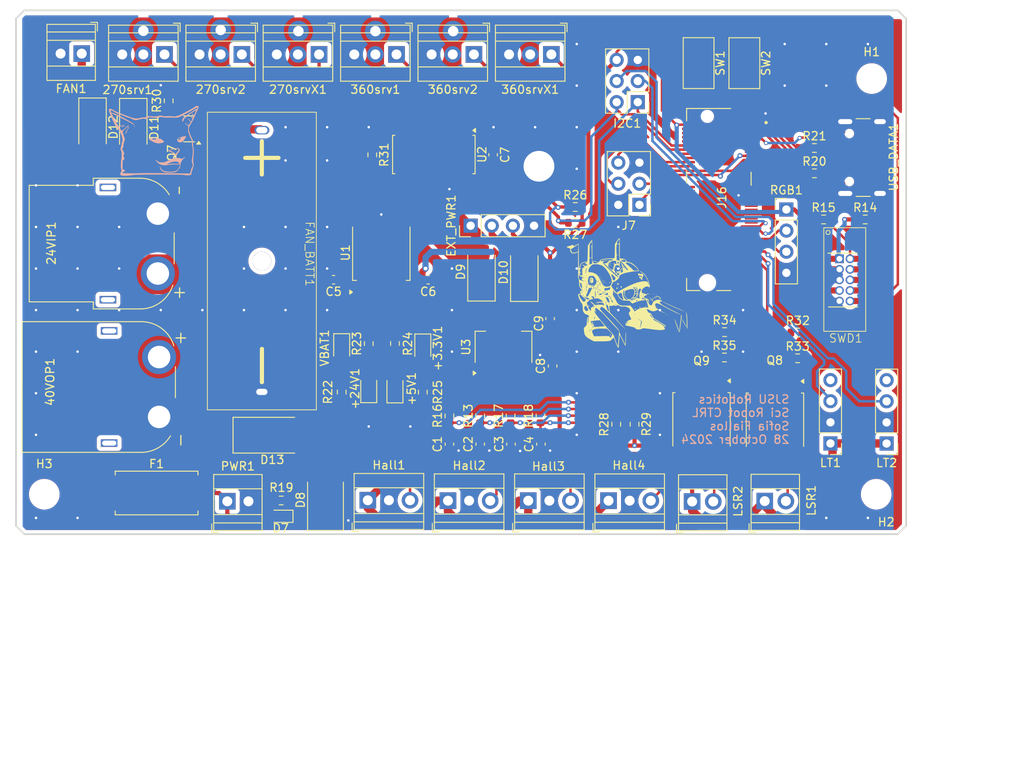
<source format=kicad_pcb>
(kicad_pcb (version 20240108) (generator "pcbnew") (generator_version "8.0")
  (layers (0 "F.Cu" signal) (31 "B.Cu" signal) (34 "B.Paste" user) (35 "F.Paste" user) (36 "B.SilkS" user "B.Silkscreen") (37 "F.SilkS" user "F.Silkscreen") (38 "B.Mask" user) (39 "F.Mask" user) (44 "Edge.Cuts" user))
  (net 0 "")
  (net 1 "GND")
  (net 2 "Net-(+3.3V1-A)")
  (net 3 "Net-(+5V1-A)")
  (net 4 "Net-(+24V1-A)")
  (net 5 "+24V")
  (net 6 "srv270")
  (net 7 "srv270_2")
  (net 8 "srv270_x")
  (net 9 "srv360")
  (net 10 "srv360_2")
  (net 11 "srv360_x")
  (net 12 "HE1DO")
  (net 13 "+5V")
  (net 14 "+3.3V")
  (net 15 "+3.3VLDO")
  (net 16 "Net-(D7-A)")
  (net 17 "Net-(D7-K)")
  (net 18 "+40V")
  (net 19 "V_FAN")
  (net 20 "Net-(D11-A)")
  (net 21 "I2C_SCL1")
  (net 22 "I2C_SCL")
  (net 23 "I2C_SDA1")
  (net 24 "I2C_SDA")
  (net 25 "TX2")
  (net 26 "RX1")
  (net 27 "TX1")
  (net 28 "RX2")
  (net 29 "EMTR5")
  (net 34 "USB_VIN")
  (net 35 "RST")
  (net 43 "USB_D-")
  (net 46 "EMTR6")
  (net 47 "EMTR4")
  (net 48 "LASR2")
  (net 54 "SWDCK")
  (net 58 "SWDIO")
  (net 60 "Boot")
  (net 61 "SDO")
  (net 62 "SCK")
  (net 66 "USB_D+")
  (net 69 "LASR1")
  (net 72 "V_BAT_SW")
  (net 73 "Net-(Q8-G)")
  (net 74 "Net-(Q9-G)")
  (net 75 "CC2")
  (net 76 "Net-(VBAT1-A)")
  (net 77 "Net-(U2-~{OE})")
  (net 94 "CC1")
  (net 97 "HE2DO")
  (net 98 "HE3DO")
  (net 99 "HE4DO")
  (net 100 "Net-(LSR1-Pin_2)")
  (net 101 "Net-(LSR2-Pin_2)")
  (net 102 "CLR2")
  (net 104 "CLR1")
  (footprint "Button_Switch_SMD:SW_SPST_CK_RS282G05A3" (layer "F.Cu") (at 137.15 50.3 -90)
    (property "Reference" "SW2")
    (property "Value" "SW_SPST")
  )
  (footprint "Capacitor_SMD:C_0603_1608Metric" (layer "F.Cu") (at 87.775 76.35 180)
    (property "Reference" "C5")
    (property "Value" "10uF")
  )
  (footprint "SJSU_common:TO-252AD" (layer "F.Cu") (at 89.7125 73.1025 90)
    (property "Reference" "U1")
    (property "Value" "LF33CPT-TR" (hide yes))
  )
  (footprint "Resistor_SMD:R_0603_1608Metric" (layer "F.Cu") (at 116.825 69.5 180)
    (property "Reference" "R27")
    (property "Value" "5.1k")
  )
  (footprint "Diode_SMD:D_SMA" (layer "F.Cu") (at 110.7 75.45 90)
    (property "Reference" "D10")
    (property "Value" "D_Schottky")
  )
  (footprint "Resistor_SMD:R_0603_1608Metric" (layer "F.Cu") (at 92.425 61.325 -90)
    (property "Reference" "R31")
    (property "Value" "10k")
  )
  (footprint "Resistor_SMD:R_0603_1608Metric" (layer "F.Cu") (at 123.95 93.725 -90)
    (property "Reference" "R29")
    (property "Value" "5.1k")
  )
  (footprint "Connector_AMASS:AMASS_XT60PW-F_1x02_P7.20mm_Horizontal" (layer "F.Cu") (at 66.65 68.4 90)
    (property "Reference" "24VIP1")
    (property "Value" "xT60F")
  )
  (footprint "Resistor_SMD:R_0603_1608Metric" (layer "F.Cu") (at 81.475 102.9 180)
    (property "Reference" "R19")
    (property "Value" "560")
  )
  (footprint "Capacitor_SMD:C_0603_1608Metric" (layer "F.Cu") (at 101.7 96.125 90)
    (property "Reference" "C1")
    (property "Value" "100nF")
  )
  (footprint "Resistor_SMD:R_0603_1608Metric" (layer "F.Cu") (at 143.555 85.8)
    (property "Reference" "R33")
    (property "Value" "100")
  )
  (footprint "LOGO" (layer "F.Cu") (at 122.909726 77.886072)
    (property "Reference" "G***" (hide yes))
    (property "Value" "LOGO" (hide yes))
  )
  (footprint "TerminalBlock:TerminalBlock_Xinya_XY308-2.54-3P_1x03_P2.54mm_Horizontal" (layer "F.Cu") (at 101.525 102.925)
    (property "Reference" "Hall2")
    (property "Value" "Hall")
  )
  (footprint "Resistor_SMD:R_0603_1608Metric" (layer "F.Cu") (at 67.95 54.825 90)
    (property "Reference" "R30")
    (property "Value" "10k")
  )
  (footprint "Diode_SMD:D_SMB" (layer "F.Cu") (at 86.8 102.85 90)
    (property "Reference" "D8")
    (property "Value" "B250")
  )
  (footprint "TerminalBlock:TerminalBlock_Xinya_XY308-2.54-3P_1x03_P2.54mm_Horizontal" (layer "F.Cu") (at 113.95 49.25 180)
    (property "Reference" "360srvX1")
    (property "Value" "extr1")
  )
  (footprint "Connector_PinHeader_2.54mm:PinHeader_2x03_P2.54mm_Vertical" (layer "F.Cu") (at 124.34 54.99 180)
    (property "Reference" "I2C1")
    (property "Value" "Conn_02x03_Odd_Even")
  )
  (footprint "Capacitor_SMD:C_0603_1608Metric" (layer "F.Cu") (at 99.145 76.35 180)
    (property "Reference" "C6")
    (property "Value" "10uF")
  )
  (footprint "Resistor_SMD:R_0603_1608Metric" (layer "F.Cu") (at 134.775 82.65)
    (property "Reference" "R34")
    (property "Value" "6.8k")
  )
  (footprint "Capacitor_SMD:C_0603_1608Metric" (layer "F.Cu") (at 112.7 96.125 90)
    (property "Reference" "C4")
    (property "Value" "100nF")
  )
  (footprint "Connector_PinHeader_2.54mm:PinHeader_1x04_P2.54mm_Vertical" (layer "F.Cu") (at 147.5 96.04 180)
    (property "Reference" "LT1")
    (property "Value" "Conn_01x04")
  )
  (footprint "Resistor_SMD:R_0603_1608Metric" (layer "F.Cu") (at 116.825 67.6)
    (property "Reference" "R26")
    (property "Value" "2.2k")
  )
  (footprint "Resistor_SMD:R_0603_1608Metric" (layer "F.Cu") (at 88.75 89.8625 -90)
    (property "Reference" "R22")
    (property "Value" "39k")
  )
  (footprint "MountingHole:MountingHole_2.2mm_M2" (layer "F.Cu") (at 53 102.15)
    (property "Reference" "H3")
    (property "Value" "MountingHole")
  )
  (footprint "Resistor_SMD:R_0603_1608Metric" (layer "F.Cu") (at 92 84.0325 90)
    (property "Reference" "R23")
    (property "Value" "10k")
  )
  (footprint "Resistor_SMD:R_0603_1608Metric" (layer "F.Cu") (at 121.75 93.725 -90)
    (property "Reference" "R28")
    (property "Value" "5.1k")
  )
  (footprint "Capacitor_SMD:C_0603_1608Metric" (layer "F.Cu") (at 113.8 81.03 -90)
    (property "Reference" "C9")
    (property "Value" "10uF")
  )
  (footprint "Capacitor_SMD:C_0603_1608Metric" (layer "F.Cu") (at 109.1 96.125 90)
    (property "Reference" "C3")
    (property "Value" "100nF")
  )
  (footprint "TerminalBlock:TerminalBlock_Xinya_XY308-2.54-3P_1x03_P2.54mm_Horizontal" (layer "F.Cu") (at 76.745 49.25 180)
    (property "Reference" "270srv2")
    (property "Value" "270srv2")
  )
  (footprint "Diode_SMD:D_SMA" (layer "F.Cu") (at 105.55 75.4 90)
    (property "Reference" "D9")
    (property "Value" "D_Schottky")
  )
  (footprint "Package_TO_SOT_SMD:SOT-223-3_TabPin2" (layer "F.Cu") (at 108.2 84.45 90)
    (property "Reference" "U3")
    (property "Value" "AMS1117-5.0")
  )
  (footprint "Diode_SMD:D_SMB_Handsoldering" (layer "F.Cu") (at 80.4 95.05)
    (property "Reference" "D13")
    (property "Value" "SMBJ45CA")
  )
  (footprint "Package_SO:TSSOP-28_4.4x9.7mm_P0.65mm" (layer "F.Cu") (at 99.825 61.2875 -90)
    (property "Reference" "U2")
    (property "Value" "PCA9685PW")
  )
  (footprint "Resistor_SMD:R_0603_1608Metric" (layer "F.Cu") (at 134.755 85.7)
    (property "Reference" "R35")
    (property "Value" "100")
  )
  (footprint "TerminalBlock:TerminalBlock_Xinya_XY308-2.54-3P_1x03_P2.54mm_Horizontal" (layer "F.Cu") (at 104.64 49.25 180)
    (property "Reference" "360srv2")
    (property "Value" "360srv2")
  )
  (footprint "LED_SMD:LED_0805_2012Metric" (layer "F.Cu") (at 88.75 84.525 -90)
    (property "Reference" "VBAT1")
    (property "Value" "LED_GRN")
  )
  (footprint "Connector_USB:USB_C_Receptacle_GCT_USB4105-xx-A_16P_TopMnt_Horizontal" (layer "F.Cu") (at 152.38 61.65 90)
    (property "Reference" "USB_DATA1")
    (property "Value" "USB_C_Receptacle_USB2.0_16P")
  )
  (footprint "LED_SMD:LED_0805_2012Metric" (layer "F.Cu") (at 98.5 84.5625 -90)
    (property "Reference" "+3.3V1")
    (property "Value" "LED_GRN")
  )
  (footprint "LED_SMD:LED_0805_2012Metric" (layer "F.Cu") (at 92 89.45 90)
    (property "Reference" "+24V1")
    (property "Value" "LED_GRN")
  )
  (footprint "TerminalBlock:TerminalBlock_Xinya_XY308-2.54-3P_1x03_P2.54mm_Horizontal" (layer "F.Cu") (at 86.03 49.25 180)
    (property "Reference" "270srvX1")
    (property "Value" "extr2")
  )
  (footprint "TerminalBlock:TerminalBlock_Xinya_XY308-2.54-2P_1x02_P2.54mm_Horizontal" (layer "F.Cu") (at 57.5 49.15 180)
    (property "Reference" "FAN1")
    (property "Value" "Screw_Terminal_01x02")
  )
  (footprint "Resistor_SMD:R_0603_1608Metric" (layer "F.Cu") (at 143.575 82.7)
    (property "Reference" "R32")
    (property "Value" "6.8k")
  )
  (footprint "Package_TO_SOT_SMD:TO-252-2" (layer "F.Cu") (at 140.83 93.29 -90)
    (property "Reference" "Q8")
    (property "Value" "Q_NMOS_GDS")
  )
  (footprint "Resistor_SMD:R_0603_1608Metric" (layer "F.Cu") (at 112.65 92.725 90)
    (property "Reference" "R18")
    (property "Value" "10k")
  )
  (footprint "Resistor_SMD:R_0603_1608Metric" (layer "F.Cu") (at 109.05 92.725 90)
    (property "Reference" "R17")
    (property "Value" "10k")
  )
  (footprint "Connector_PinHeader_2.54mm:PinHeader_1x04_P2.54mm_Vertical" (layer "F.Cu") (at 154.25 96.05 180)
    (property "Reference" "LT2")
    (property "Value" "Conn_01x04")
  )
  (footprint "Resistor_SMD:R_0603_1608Metric" (layer "F.Cu") (at 95.15 84.0175 90)
    (property "Reference" "R24")
    (property "Value" "2.2k")
  )
  (footprint "MountingHole:MountingHole_2.2mm_M2" (layer "F.Cu") (at 153 102.15)
    (property "Reference" "H2")
    (property "Value" "MountingHole")
  )
  (footprint "Button_Switch_SMD:SW_SPST_CK_RS282G05A3" (layer "F.Cu") (at 131.65 50.293354 -90)
    (property "Reference" "SW1")
    (property "Value" "SW_SPST")
  )
  (footprint "Connector_PinHeader_2.54mm:PinHeader_2x03_P2.54mm_Vertical" (layer "F.Cu") (at 124.54 67.34 180)
    (property "Reference" "J7")
    (property "Value" "Conn_02x03_Odd_Even")
  )
  (footprint "Connector_PinHeader_2.54mm:PinHeader_1x04_P2.54mm_Vertical" (layer "F.Cu") (at 142.2 67.9)
    (property "Reference" "RGB1")
    (property "Value" "Conn_01x04")
  )
  (footprint "Fuse:Fuseholder_Littelfuse_Nano2_154x" (layer "F.Cu") (at 66.5 102)
    (property "Reference" "F1")
    (property "Value" "Fuse_Small")
  )
  (footprint "Capacitor_SMD:C_0603_1608Metric" (layer "F.Cu") (at 114.1 86.725 90)
    (property "Reference" "C8")
    (property "Value" "10uF")
  )
  (footprint "TerminalBlock:TerminalBlock_Xinya_XY308-2.54-2P_1x02_P2.54mm_Horizontal" (layer "F.Cu") (at 130.875 103.025)
    (property "Reference" "LSR2")
    (property "Value" "Screw_Terminal_01x02")
  )
  (footprint "Resistor_SMD:R_0603_1608Metric" (layer "F.Cu") (at 98.5 89.8675 90)
    (property "Reference" "R25")
    (property "Value" "500")
  )
  (footprint "Resistor_SMD:R_0603_1608Metric" (layer "F.Cu") (at 151.675 69.1)
    (property "Reference" "R14")
    (property "Value" "100k")
  )
  (footprint "Resistor_SMD:R_0603_1608Metric" (layer "F.Cu") (at 145.575 60.5)
    (property "Reference" "R21")
    (property "Value" "5.1k")
  )
  (footprint "Capacitor_SMD:C_0603_1608Metric" (layer "F.Cu") (at 106.95 61.325 -90)
    (property "Reference" "C7")
    (property "Value" "100nF")
  )
  (footprint "TerminalBlock:TerminalBlock_Xinya_XY308-2.54-3P_1x03_P2.54mm_Horizontal" (layer "F.Cu") (at 120.825 102.925)
    (property "Reference" "Hall4")
    (property "Value" "Hall")
  )
  (footprint "TerminalBlock:TerminalBlock_Xinya_XY308-2.54-3P_1x03_P2.54mm_Horizontal" (layer "F.Cu") (at 95.34 49.25 180)
    (property "Reference" "360srv1")
    (property "Value" "360srv1")
  )
  (footprint "Package_TO_SOT_SMD:SOT-23" (layer "F.Cu") (at 70.4 58.2 180)
    (property "Reference" "Q7")
    (property "Value" "Q_NMOS_GDS")
  )
  (footprint "TerminalBlock:TerminalBlock_Xinya_XY308-2.54-3P_1x03_P2.54mm_Horizontal" (layer "F.Cu") (at 91.885 102.875)
    (property "Reference" "Hall1")
    (property "Value" "Hall")
  )
  (footprint "Package_TO_SOT_SMD:TO-252-2" (layer "F.Cu") (at 132 93.24 -90)
    (property "Reference" "Q9")
    (property "Value" "Q_NMOS_GDS")
  )
  (footprint "LED_SMD:LED_0805_2012Metric" (layer "F.Cu") (at 95.15 89.475 90)
    (property "Reference" "+5V1")
    (property "Value" "LED_GRN")
  )
  (footprint "TerminalBlock:TerminalBlock_Xinya_XY308-2.54-2P_1x02_P2.54mm_Horizontal" (layer "F.Cu") (at 75 103)
    (property "Reference" "PWR1")
    (property "Value" "Screw_Terminal_01x02")
  )
  (footprint "TerminalBlock:TerminalBlock_Xinya_XY308-2.54-3P_1x03_P2.54mm_Horizontal" (layer "F.Cu") (at 67.45 49.25 180)
    (property "Reference" "270srv1")
    (property "Value" "270srv1")
  )
  (footprint "Resistor_SMD:R_0603_1608Metric" (layer "F.Cu") (at 145.575 63.55)
    (property "Reference" "R20")
    (property "Value" "5.1k")
  )
  (footprint "Connector_AMASS:AMASS_XT60PW-M_1x02_P7.20mm_Horizontal" (layer "F.Cu") (at 66.8 92.85 90)
    (property "Reference" "40VOP1")
    (property "Value" "xT60M")
  )
  (footprint "SJSU_common:SWD_Conn" (layer "F.Cu") (at 148.59 67.71)
    (property "Reference" "SWD1")
    (property "Value" "Conn_02x05_Odd_Even")
  )
  (footprint "SJSU_common:BAT_HOLD" (layer "F.Cu") (at 84.4 73.25 -90)
    (property "Reference" "FAN_BATT1")
    (property "Value" "~")
  )
  (footprint "LED_SMD:LED_0603_1608Metric" (layer "F.Cu") (at 81.4125 104.8 180)
    (property "Reference" "D7")
    (property "Value" "LED_BLU")
  )
  (footprint "MountingHole:MountingHole_2.2mm_M2" (layer "F.Cu") (at 152.45 52.15)
    (property "Reference" "H1")
    (property "Value" "MountingHole")
  )
  (footprint "Diode_SMD:D_SMA" (layer "F.Cu") (at 58.8 58 -90)
    (property "Reference" "D12")
    (property "Value" "D_Schottky")
  )
  (footprint "Connector_PinHeader_2.54mm:PinHeader_1x04_P2.54mm_Vertical" (layer "F.Cu") (at 104.25 69.85 90)
    (property "Reference" "EXT_PWR1")
    (property "Value" "Conn_01x04")
  )
  (footprint "SJSU_common:micromod" (layer "F.Cu") (at 124.46 66.7 90)
    (property "Reference" "J16")
    (property "Value" "MicroMod" (hide yes))
  )
  (footprint "Resistor_SMD:R_0603_1608Metric" (layer "F.Cu") (at 146.675 69.1)
    (property "Reference" "R15")
    (property "Value" "100k")
  )
  (footprint "Diode_SMD:D_SMA" (layer "F.Cu") (at 63.7 58.05 -90)
    (property "Reference" "D11")
    (property "Value" "D_Schottky")
  )
  (footprint "TerminalBlock:TerminalBlock_Xinya_XY308-2.54-3P_1x03_P2.54mm_Horizontal" (layer "F.Cu") (at 111.175 102.925)
    (property "Reference" "Hall3")
    (property "Value" "Hall")
  )
  (footprint "Resistor_SMD:R_0603_1608Metric" (layer "F.Cu") (at 105.4 92.725 90)
    (property "Reference" "R13")
    (property "Value" "10k")
  )
  (footprint "Capacitor_SMD:C_0603_1608Metric" (layer "F.Cu") (at 105.4 96.125 90)
    (property "Reference" "C2")
    (property "Value" "100nF")
  )
  (footprint "Resistor_SMD:R_0603_1608Metric" (layer "F.Cu") (at 101.7 92.725 90)
    (property "Reference" "R16")
    (property "Value" "10k")
  )
  (footprint "TerminalBlock:TerminalBlock_Xinya_XY308-2.54-2P_1x02_P2.54mm_Horizontal" (layer "F.Cu") (at 139.6 102.975)
    (property "Reference" "LSR1")
    (property "Value" "Screw_Terminal_01x02")
  )
  (footprint "LOGO" (layer "B.Cu") (at 66.2 59.6 180)
    (property "Reference" "G***" (hide yes))
    (property "Value" "LOGO" (hide yes))
  )
  (gr_line (start 156.6 105.95) (end 156.6 44.95) (stroke (width 0.2)) (layer "Edge.Cuts"))
  (gr_line (start 49.6 105.95) (end 49.6 44.95) (stroke (width 0.2)) (layer "Edge.Cuts"))
  (gr_line (start 50.6 43.95) (end 49.6 44.95) (stroke (width 0.2)) (layer "Edge.Cuts"))
  (gr_line (start 50.6 106.95) (end 49.6 105.95) (stroke (width 0.2)) (layer "Edge.Cuts"))
  (gr_line (start 156.6 44.95) (end 155.6 43.95) (stroke (width 0.2)) (layer "Edge.Cuts"))
  (gr_line (start 156.6 105.95) (end 155.6 106.95) (stroke (width 0.2)) (layer "Edge.Cuts"))
  (gr_line (start 155.6 106.95) (end 50.6 106.95) (stroke (width 0.2)) (layer "Edge.Cuts"))
  (gr_line (start 155.6 43.95) (end 50.6 43.95) (stroke (width 0.2)) (layer "Edge.Cuts"))
  (gr_text "SJSU Robotics\nSci Robot CTRL\nSofia Fiallos\n28 October 2024" (at 142.65 96.15 0) (layer "B.SilkS") (effects (font (size 1 1)) (justify left bottom mirror)))
  (segment (start 139.55 68.25) (end 139.55 67.2) (width 0.3) (layer "F.Cu") (net 1))
  (segment (start 88.75 81.75) (end 87 80) (width 0.3) (layer "F.Cu") (net 1))
  (segment (start 92 58) (end 92.75 57.25) (width 0.4) (layer "F.Cu") (net 1))
  (segment (start 103.85 87.6) (end 102 85.75) (width 0.3) (layer "F.Cu") (net 1))
  (segment (start 112.7 96.9) (end 113.8 96.9) (width 0.2) (layer "F.Cu") (net 1))
  (segment (start 101.7 96.9) (end 102.8 96.9) (width 0.2) (layer "F.Cu") (net 1))
  (segment (start 122.65 69.15) (end 122 68.5) (width 0.3) (layer "F.Cu") (net 1))
  (segment (start 107.25 58.25) (end 107.25 60.25) (width 0.3) (layer "F.Cu") (net 1))
  (segment (start 137 57.45) (end 136.6 57.85) (width 0.3) (layer "F.Cu") (net 1))
  (segment (start 95.15 57.25) (end 95.6 57.7) (width 0.4) (layer "F.Cu") (net 1))
  (segment (start 113.8 81.85) (end 113.8 81.805) (width 0.3) (layer "F.Cu") (net 1))
  (segment (start 101.45 64.15) (end 101.45 65.2) (width 0.4) (layer "F.Cu") (net 1))
  (segment (start 138.225 76.275) (end 137.45 77.05) (width 0.3) (layer "F.Cu") (net 1))
  (segment (start 142.37 76.37) (end 142 76) (width 0.2) (layer "F.Cu") (net 1))
  (segment (start 144.35 62.9) (end 143.742894 62.9) (width 0.3) (layer "F.Cu") (net 1))
  (segment (start 110.31 60.55) (end 112.46 62.7) (width 0.2) (layer "F.Cu") (net 1))
  (segment (start 86.8 105.3) (end 89.55 105.3) (width 0.3) (layer "F.Cu") (net 1))
  (segment (start 139.792894 58.95) (end 137.985 58.95) (width 0.3) (layer "F.Cu") (net 1))
  (segment (start 131.65 46.393354) (end 131.256646 46) (width 0.3) (layer "F.Cu") (net 1))
  (segment (start 67 53.45) (end 67 52.955) (width 0.3) (layer "F.Cu") (net 1))
  (segment (start 98.5 83.625) (end 98.5 82.5) (width 0.3) (layer "F.Cu") (net 1))
  (segment (start 126.4 68.45) (end 125.7 69.15) (width 0.3) (layer "F.Cu") (net 1))
  (segment (start 136.6 58.55) (end 137 58.95) (width 0.3) (layer "F.Cu") (net 1))
  (segment (start 125.7 69.15) (end 122.65 69.15) (width 0.3) (layer "F.Cu") (net 1))
  (segment (start 146.6 78.91) (end 144.84 78.91) (width 0.3) (layer "F.Cu") (net 1))
  (segment (start 97 93.4) (end 97 94) (width 0.3) (layer "F.Cu") (net 1))
  (segment (start 137 80) (end 137 81.25) (width 0.3) (layer "F.Cu") (net 1))
  (segment (start 137.985 57.45) (end 137 57.45) (width 0.3) (layer "F.Cu") (net 1))
  (segment (start 143.464213 60.5) (end 144.75 60.5) (width 0.3) (layer "F.Cu") (net 1))
  (segment (start 136.8 66.95) (end 137.985 66.95) (width 0.3) (layer "F.Cu") (net 1))
  (segment (start 92 58) (end 91.65 58.35) (width 0.3) (layer "F.Cu") (net 1))
  (segment (start 101.45 58.425) (end 104.05 58.425) (width 0.3) (layer "F.Cu") (net 1))
  (segment (start 117 85) (end 116.95 85) (width 0.3) (layer "F.Cu") (net 1))
  (segment (start 144.75 63.55) (end 144.75 63.3) (width 0.3) (layer "F.Cu") (net 1))
  (segment (start 138.225 75.95) (end 138.225 76.275) (width 0.3) (layer "F.Cu") (net 1))
  (segment (start 138.25 76.6) (end 138.25 76.925) (width 0.3) (layer "F.Cu") (net 1))
  (segment (start 112.6 85.4) (end 113.55 85.4) (width 0.3) (layer "F.Cu") (net 1))
  (segment (start 104.675 57.8) (end 106.8 57.8) (width 0.3) (layer "F.Cu") (net 1))
  (segment (start 67.55 54) (end 67 53.45) (width 0.3) (layer "F.Cu") (net 1))
  (segment (start 136.45 66.6) (end 136.8 66.95) (width 0.3) (layer "F.Cu") (net 1))
  (segment (start 137.985 57.45) (end 140.414214 57.45) (width 0.3) (layer "F.Cu") (net 1))
  (segment (start 67 91.4) (end 67 91) (width 0.2) (layer "F.Cu") (net 1))
  (segment (start 137.985 65.45) (end 136.8 65.45) (width 0.3) (layer "F.Cu") (net 1))
  (segment (start 143.742894 62.9) (end 139.792894 58.95) (width 0.3) (layer "F.Cu") (net 1))
  (segment (start 92.75 57.25) (end 95.15 57.25) (width 0.4) (layer "F.Cu") (net 1))
  (segment (start 131.65 46.393354) (end 137.143354 46.393354) (width 0.3) (layer "F.Cu") (net 1))
  (segment (start 147.17 65.97) (end 149.275 65.97) (width 0.3) (layer "F.Cu") (net 1))
  (segment (start 82.3 102.9) (end 84.7 102.9) (width 0.3) (layer "F.Cu") (net 1))
  (segment (start 137.07758 68.45) (end 137.985 68.45) (width 0.3) (layer "F.Cu") (net 1))
  (segment (start 105.4 96.9) (end 106.5 96.9) (width 0.2) (layer "F.Cu") (net 1))
  (segment (start 129.72 86.28) (end 129.72 88.2) (width 0.3) (layer "F.Cu") (net 1))
  (segment (start 104.05 58.425) (end 104.675 57.8) (width 0.3) (layer "F.Cu") (net 1))
  (segment (start 137.15 46.4) (end 140.4 46.4) (width 0.3) (layer "F.Cu") (net 1))
  (segment (start 144.4 79.35) (end 144.4 82.7) (width 0.3) (layer "F.Cu") (net 1))
  (segment (start 146.7 75.1) (end 142.62 75.1) (width 0.3) (layer "F.Cu") (net 1))
  (segment (start 131 85) (end 129.72 86.28) (width 0.3) (layer "F.Cu") (net 1))
  (segment (start 137.985 57.125) (end 137.21 56.35) (width 0.3) (layer "F.Cu") (net 1))
  (segment (start 141.8 58.835787) (end 143.464213 60.5) (width 0.3) (layer "F.Cu") (net 1))
  (segment (start 88.75 83.5875) (end 88.75 81.75) (width 0.3) (layer "F.Cu") (net 1))
  (segment (start 106.95 60.55) (end 110.31 60.55) (width 0.2) (layer "F.Cu") (net 1))
  (segment (start 116.95 85) (end 113.8 81.85) (width 0.3) (layer "F.Cu") (net 1))
  (segment (start 77.75 91.24) (end 79.15 89.84) (width 1) (layer "F.Cu") (net 1))
  (segment (start 139.3 66.95) (end 138.225 66.95) (width 0.3) (layer "F.Cu") (net 1))
  (segment (start 137.985 57.45) (end 137.985 57.125) (width 0.3) (layer "F.Cu") (net 1))
  (segment (start 131.34242 75.7) (end 133.45 73.59242) (width 0.3) (layer "F.Cu") (net 1))
  (segment (start 101.45 64.15) (end 102.1 64.15) (width 0.3) (layer "F.Cu") (net 1))
  (segment (start 67.95 54) (end 67.55 54) (width 0.3) (layer "F.Cu") (net 1))
  (segment (start 110.15 96.9) (end 110.2 96.95) (width 0.2) (layer "F.Cu") (net 1))
  (segment (start 91.65 59.725) (end 92.425 60.5) (width 0.3) (layer "F.Cu") (net 1))
  (segment (start 132 85) (end 131 85) (width 0.3) (layer "F.Cu") (net 1))
  (segment (start 102 75) (end 100.65 76.35) (width 0.3) (layer "F.Cu") (net 1))
  (segment (start 137 85) (end 138.55 86.55) (width 0.3) (layer "F.Cu") (net 1))
  (segment (start 148.7 64.85) (end 148.7 65.395) (width 0.3) (layer "F.Cu") (net 1))
  (segment (start 136.45 65.8) (end 136.45 66.2) (width 0.3) (layer "F.Cu") (net 1))
  (segment (start 130.435 66.2) (end 127.65 66.2) (width 0.3) (layer "F.Cu") (net 1))
  (segment (start 146.6 75.1) (end 146.5 75) (width 0.2) (layer "F.Cu") (net 1))
  (segment (start 137 77.26) (end 137 80) (width 0.3) (layer "F.Cu") (net 1))
  (segment (start 138.225 68.45) (end 139.35 68.45) (width 0.3) (layer "F.Cu") (net 1))
  (segment (start 95.15 90.4125) (end 95.15 91.55) (width 0.3) (layer "F.Cu") (net 1))
  (segment (start 144.84 78.91) (end 144.4 79.35) (width 0.3) (layer "F.Cu") (net 1))
  (segment (start 102 85.75) (end 102 85) (width 0.3) (layer "F.Cu") (net 1))
  (segment (start 136.6 57.85) (end 136.6 58.55) (width 0.3) (layer "F.Cu") (net 1))
  (segment (start 91.65 58.35) (end 91.65 59.725) (width 0.3) (layer "F.Cu") (net 1))
  (segment (start 133.45 72.07758) (end 137.07758 68.45) (width 0.3) (layer "F.Cu") (net 1))
  (segment (start 77.7 95.05) (end 77.7 102.84) (width 1) (layer "F.Cu") (net 1))
  (segment (start 140.414214 57.45) (end 141.8 58.835786) (width 0.3) (layer "F.Cu") (net 1))
  (segment (start 136.8 65.45) (end 136.45 65.8) (width 0.3) (layer "F.Cu") (net 1))
  (segment (start 138.55 86.55) (end 138.55 88.25) (width 0.3) (layer "F.Cu") (net 1))
  (segment (start 98.5 82.5) (end 101 80) (width 0.3) (layer "F.Cu") (net 1))
  (segment (start 77.7 102.84) (end 77.54 103) (width 1) (layer "F.Cu") (net 1))
  (segment (start 95.6 57.7) (end 95.6 58.425) (width 0.4) (layer "F.Cu") (net 1))
  (segment (start 140.4 46.4) (end 142 48) (width 0.3) (layer "F.Cu") (net 1))
  (segment (start 144.75 63.3) (end 144.35 62.9) (width 0.3) (layer "F.Cu") (net 1))
  (segment (start 136.45 66.2) (end 136.45 66.6) (width 0.3) (layer "F.Cu") (net 1))
  (segment (start 144.75 63.55) (end 147.17 65.97) (width 0.3) (layer "F.Cu") (net 1))
  (segment (start 139.55 67.2) (end 139.3 66.95) (width 0.3) (layer "F.Cu") (net 1))
  (segment (start 106.8 57.8) (end 107.25 58.25) (width 0.3) (layer "F.Cu") (net 1))
  (segment (start 139.7 56.35) (end 137.21 56.35) (width 0.3) (layer "F.Cu") (net 1))
  (segment (start 143.05 76.37) (end 142.2 75.52) (width 0.3) (layer "F.Cu") (net 1))
  (segment (start 84.7 102.9) (end 86.8 105) (width 0.3) (layer "F.Cu") (net 1))
  (segment (start 127.65 66.2) (end 126.4 67.45) (width 0.3) (layer "F.Cu") (net 1))
  (segment (start 148.7 58.45) (end 148.7 57.905) (width 0.3) (layer "F.Cu") (net 1))
  (segment (start 100.65 76.35) (end 99.465 76.35) (width 0.3) (layer "F.Cu") (net 1))
  (segment (start 113.55 85.4) (end 114.1 85.95) (width 0.3) (layer "F.Cu") (net 1))
  (segment (start 92 90.3875) (end 92 94) (width 0.3) (layer "F.Cu") (net 1))
  (segment (start 137 58.95) (end 137.985 58.95) (width 0.3) (layer "F.Cu") (net 1))
  (segment (start 142.62 75.1) (end 142.2 75.52) (width 0.3) (layer "F.Cu") (net 1))
  (segment (start 87 75) (end 87 76.35) (width 0.3) (layer "F.Cu") (net 1))
  (segment (start 95.15 91.55) (end 97 93.4) (width 0.3) (layer "F.Cu") (net 1))
  (segment (start 137.21 77.05) (end 137 77.26) (width 0.3) (layer "F.Cu") (net 1))
  (segment (start 105.9 87.6) (end 103.85 87.6) (width 0.3) (layer "F.Cu") (net 1))
  (segment (start 146.7 76.37) (end 143.05 76.37) (width 0.3) (layer "F.Cu") (net 1))
  (segment (start 77.7 95.05) (end 77.75 95) (width 1) (layer "F.Cu") (net 1))
  (segment (start 137 81.25) (end 135.6 82.65) (width 0.3) (layer "F.Cu") (net 1))
  (segment (start 101.45 65.2) (end 101.7 65.45) (width 0.4) (layer "F.Cu") (net 1))
  (segment (start 137.143354 46.393354) (end 137.15 46.4) (width 0.3) (layer "F.Cu") (net 1))
  (segment (start 141.8 58.835786) (end 141.8 58.835787) (width 0.3) (layer "F.Cu") (net 1))
  (segment (start 107.25 60.25) (end 106.95 60.55) (width 0.3) (layer "F.Cu") (net 1))
  (segment (start 139.35 68.45) (end 139.55 68.25) (width 0.3) (layer "F.Cu") (net 1))
  (segment (start 109.1 96.9) (end 110.15 96.9) (width 0.2) (layer "F.Cu") (net 1))
  (segment (start 126.4 67.45) (end 126.4 68.45) (width 0.3) (layer "F.Cu") (net 1))
  (segment (start 77.75 95) (end 77.75 91.24) (width 1) (layer "F.Cu") (net 1))
  (segment (start 93.5125 68.5) (end 93.5125 71.8625) (width 0.3) (layer "F.Cu") (net 1))
  (segment (start 122 68.5) (end 122 67.34) (width 0.3) (layer "F.Cu") (net 1))
  (segment (start 148.7 57.905) (end 149.275 57.33) (width 0.3) (layer "F.Cu") (net 1))
  (segment (start 133.45 73.59242) (end 133.45 72.07758) (width 0.3) (layer "F.Cu") (net 1))
  (segment (start 148.7 65.395) (end 149.275 65.97) (width 0.3) (layer "F.Cu") (net 1))
  (segment (start 101 80) (end 102 80) (width 0.3) (layer "F.Cu") (net 1))
  (segment (start 130.435 75.7) (end 131.34242 75.7) (width 0.3) (layer "F.Cu") (net 1))
  (via (at 52 75) (size 0.5) (drill 0.3) (layers "F.Cu" "B.Cu") (net 1))
  (via (at 87 70) (size 0.5) (drill 0.3) (layers "F.Cu" "B.Cu") (net 1))
  (via (at 52 105) (size 0.5) (drill 0.3) (layers "F.Cu" "B.Cu") (net 1))
  (via (at 132 85) (size 0.5) (drill 0.3) (layers "F.Cu" "B.Cu") (net 1))
  (via (at 106.5 96.9) (size 0.5) (drill 0.3) (layers "F.Cu" "B.Cu") (net 1))
  (via (at 122 80) (size 0.5) (drill 0.3) (layers "F.Cu" "B.Cu") (net 1))
  (via (at 147 48) (size 0.5) (drill 0.3) (layers "F.Cu" "B.Cu") (net 1))
  (via (at 122 85) (size 0.5) (drill 0.3) (layers "F.Cu" "B.Cu") (net 1))
  (via (at 82 75) (size 0.5) (drill 0.3) (layers "F.Cu" "B.Cu") (net 1))
  (via (at 139.7 56.35) (size 0.5) (drill 0.3) (layers "F.Cu" "B.Cu") (net 1))
  (via (at 127 80) (size 0.5) (drill 0.3) (layers "F.Cu" "B.Cu") (net 1))
  (via (at 117 80) (size 0.5) (drill 0.3) (layers "F.Cu" "B.Cu") (net 1))
  (via (at 102.8 96.9) (size 0.5) (drill 0.3) (layers "F.Cu" "B.Cu") (net 1))
  (via (at 92 58) (size 0.5) (drill 0.3) (layers "F.Cu" "B.Cu") (net 1))
  (via (at 142 48) (size 0.5) (drill 0.3) (layers "F.Cu" "B.Cu") (net 1))
  (via (at 57 80) (size 0.5) (drill 0.3) (layers "F.Cu" "B.Cu") (net 1))
  (via (at 72 80) (size 0.5) (drill 0.3) (layers "F.Cu" "B.Cu") (net 1))
  (via (at 102 75) (size 0.5) (drill 0.3) (layers "F.Cu" "B.Cu") (net 1))
  (via (at 152 105) (size 0.5) (drill 0.3) (layers "F.Cu" "B.Cu") (net 1))
  (via (at 67 80) (size 0.5) (drill 0.3) (layers "F.Cu" "B.Cu") (net 1))
  (via (at 92 94) (size 0.5) (drill 0.3) (layers "F.Cu" "B.Cu") (net 1))
  (via (at 117 53) (size 0.5) (drill 0.3) (layers "F.Cu" "B.Cu") (net 1))
  (via (at 147 53) (size 0.5) (drill 0.3) (layers "F.Cu" "B.Cu") (net 1))
  (via (at 117 95) (size 0.5) (drill 0.3) (layers "F.Cu" "B.Cu") (net 1))
  (via (at 101.7 65.45) (size 0.6) (drill 0.3) (layers "F.Cu" "B.Cu") (net 1))
  (via (at 117 58) (size 0.5) (drill 0.3) (layers "F.Cu" "B.Cu") (net 1))
  (via (at 127 90) (size 0.5) (drill 0.3) (layers "F.Cu" "B.Cu") (net 1))
  (via (at 62 80) (size 0.5) (drill 0.3) (layers "F.Cu" "B.Cu") (net 1))
  (via (at 52 65) (size 0.5) (drill 0.3) (layers "F.Cu" "B.Cu") (net 1))
  (via (at 127 95) (size 0.5) (drill 0.3) (layers "F.Cu" "B.Cu") (net 1))
  (via (at 137 85) (size 0.5) (drill 0.3) (layers "F.Cu" "B.Cu") (net 1))
  (via (at 117 85) (size 0.5) (drill 0.3) (layers "F.Cu" "B.Cu") (net 1))
  (via (at 142 53) (size 0.5) (drill 0.3) (layers "F.Cu" "B.Cu") (net 1))
  (via (at 122 75) (size 0.5) (drill 0.3) (layers "F.Cu" "B.Cu") (net 1))
  (via (at 77 75) (size 0.5) (drill 0.3) (layers "F.Cu" "B.Cu") (net 1))
  (via (at 62 70) (size 0.5) (drill 0.3) (layers "F.Cu" "B.Cu") (net 1))
  (via (at 87 75) (size 0.5) (drill 0.3) (layers "F.Cu" "B.Cu") (net 1))
  (via (at 67 52.955) (size 0.5) (drill 0.3) (layers "F.Cu" "B.Cu") (net 1))
  (via (at 77 80) (size 0.5) (drill 0.3) (layers "F.Cu" "B.Cu") (net 1))
  (via (at 113.8 96.9) (size 0.5) (drill 0.3) (layers "F.Cu" "B.Cu") (net 1))
  (via (at 117 63) (size 0.5) (drill 0.3) (layers "F.Cu" "B.Cu") (net 1))
  (via (at 82 80) (size 0.5) (drill 0.3) (layers "F.Cu" "B.Cu") (net 1))
  (via (at 107 58) (size 0.5) (drill 0.3) (layers "F.Cu" "B.Cu") (net 1))
  (via (at 89.55 105.3) (size 0.5) (drill 0.3) (layers "F.Cu" "B.Cu") (net 1))
  (via (at 52 85) (size 0.5) (drill 0.3) (layers "F.Cu" "B.Cu") (net 1))
  (via (at 57 65) (size 0.5) (drill 0.3) (layers "F.Cu" "B.Cu") (net 1))
  (via (at 57 105) (size 0.5) (drill 0.3) (layers "F.Cu" "B.Cu") (net 1))
  (via (at 102 80) (size 0.5) (drill 0.3) (layers "F.Cu" "B.Cu") (net 1))
  (via (at 57 75) (size 0.5) (drill 0.3) (layers "F.Cu" "B.Cu") (net 1))
  (via (at 87 80) (size 0.5) (drill 0.3) (layers "F.Cu" "B.Cu") (net 1))
  (via (at 137 80) (size 0.5) (drill 0.3) (layers "F.Cu" "B.Cu") (net 1))
  (via (at 62 75) (size 0.5) (drill 0.3) (layers "F.Cu" "B.Cu") (net 1))
  (via (at 93.5125 68.5) (size 0.5) (drill 0.3) (layers "F.Cu" "B.Cu") (net 1))
  (via (at 87 62) (size 0.5) (drill 0.3) (layers "F.Cu" "B.Cu") (net 1))
  (via (at 147 105) (size 0.5) (drill 0.3) (layers "F.Cu" "B.Cu") (net 1))
  (via (at 82 62) (size 0.5) (drill 0.3) (layers "F.Cu" "B.Cu") (net 1))
  (via (at 57 85) (size 0.5) (drill 0.3) (layers "F.Cu" "B.Cu") (net 1))
  (via (at 112 58) (size 0.5) (drill 0.3) (layers "F.Cu" "B.Cu") (net 1))
  (via (at 77 70) (size 0.5) (drill 0.3) (layers "F.Cu" "B.Cu") (net 1))
  (via (at 57 70) (size 0.5) (drill 0.3) (layers "F.Cu" "B.Cu") (net 1))
  (via (at 112.6 85.4) (size 0.5) (drill 0.3) (layers "F.Cu" "B.Cu") (net 1))
  (via (at 82 58) (size 0.5) (drill 0.3) (layers "F.Cu" "B.Cu") (net 1))
  (via (at 52 90) (size 0.5) (drill 0.3) (layers "F.Cu" "B.Cu") (net 1))
  (via (at 52 80) (size 0.5) (drill 0.3) (layers "F.Cu" "B.Cu") (net 1))
  (via (at 152 48) (size 0.5) (drill 0.3) (layers "F.Cu" "B.Cu") (net 1))
  (via (at 117 90) (size 0.5) (drill 0.3) (layers "F.Cu" "B.Cu") (net 1))
  (via (at 122 70) (size 0.5) (drill 0.3) (layers "F.Cu" "B.Cu") (net 1))
  (via (at 117 48) (size 0.5) (drill 0.3) (layers "F.Cu" "B.Cu") (net 1))
  (via (at 97 94) (size 0.5) (drill 0.3) (layers "F.Cu" "B.Cu") (net 1))
  (via (at 136.45 66.2) (size 0.6) (drill 0.3) (layers "F.Cu" "B.Cu") (net 1))
  (via (at 117 75) (size 0.5) (drill 0.3) (layers "F.Cu" "B.Cu") (net 1))
  (via (at 87 58) (size 0.5) (drill 0.3) (layers "F.Cu" "B.Cu") (net 1))
  (via (at 52 95) (size 0.5) (drill 0.3) (layers "F.Cu" "B.Cu") (net 1))
  (via (at 110.2 96.95) (size 0.5) (drill 0.3) (layers "F.Cu" "B.Cu") (net 1))
  (via (at 52 70) (size 0.5) (drill 0.3) (layers "F.Cu" "B.Cu") (net 1))
  (via (at 82 70) (size 0.5) (drill 0.3) (layers "F.Cu" "B.Cu") (net 1))
  (via (at 102 85) (size 0.5) (drill 0.3) (layers "F.Cu" "B.Cu") (net 1))
  (segment (start 97.6925 90.6925) (end 98.5 90.6925) (width 0.3) (layer "F.Cu") (net 2))
  (segment (start 97.15 90.15) (end 97.6925 90.6925) (width 0.3) (layer "F.Cu") (net 2))
  (segment (start 98.5 85.5) (end 98.05 85.5) (width 0.3) (layer "F.Cu") (net 2))
  (segment (start 97.15 86.4) (end 97.15 90.15) (width 0.3) (layer "F.Cu") (net 2))
  (segment (start 98.05 85.5) (end 97.15 86.4) (width 0.3) (layer "F.Cu") (net 2))
  (segment (start 95.15 84.8425) (end 95.15 88.5375) (width 0.3) (layer "F.Cu") (net 3))
  (segment (start 92 84.8575) (end 92 88.5125) (width 0.3) (layer "F.Cu") (net 4))
  (segment (start 69.35 62.6) (end 60.7 62.6) (width 1) (layer "F.Cu") (net 5))
  (segment (start 64.91 46.41) (end 64.91 49.25) (width 2) (layer "F.Cu") (net 5))
  (segment (start 60.7 62.6) (end 58.8 60.7) (width 1) (layer "F.Cu") (net 5))
  (segment (start 92.75 46.3) (end 92.8 46.35) (width 2) (layer "F.Cu") (net 5))
  (segment (start 73.95 46.05) (end 65.27 46.05) (width 2) (layer "F.Cu") (net 5))
  (segment (start 69.575 75.6) (end 73.6 71.575) (width 1) (layer "F.Cu") (net 5))
  (segment (start 105.55 73.4) (end 102.5 73.4) (width 2) (layer "F.Cu") (net 5))
  (segment (start 51.8 51.7) (end 51.8 48.55) (width 2) (layer "F.Cu") (net 5))
  (segment (start 71.3375 59.15) (end 71.3375 60.6125) (width 1) (layer "F.Cu") (net 5))
  (segment (start 83.5 46.3) (end 83.49 46.31) (width 2) (layer "F.Cu") (net 5))
  (segment (start 64.91 52.61) (end 64.91 49.25) (width 0.3) (layer "F.Cu") (net 5))
  (segment (start 92.8 46.45) (end 92.55 46.2) (width 2) (layer "F.Cu") (net 5))
  (segment (start 93.1 46.15) (end 101.85 46.15) (width 2) (layer "F.Cu") (net 5))
  (segment (start 73.6 71.575) (end 73.6 60.075) (width 1) (layer "F.Cu") (net 5))
  (segment (start 92.55 46.2) (end 83.8 46.2) (width 2) (layer "F.Cu") (net 5))
  (segment (start 74.46 46.05) (end 83.15 46.05) (width 2) (layer "F.Cu") (net 5))
  (segment (start 92.85 46.4) (end 93.1 46.15) (width 2) (layer "F.Cu") (net 5))
  (segment (start 54.2 46.15) (end 64.65 46.15) (width 2) (layer "F.Cu") (net 5))
  (segment (start 55.275 55.175) (end 51.8 51.7) (width 2) (layer "F.Cu") (net 5))
  (segment (start 89.1725 76.3625) (end 90.9725 78.1625) (width 0.3) (layer "F.Cu") (net 5))
  (segment (start 66.65 75.6) (end 69.575 75.6) (width 1) (layer "F.Cu") (net 5))
  (segment (start 102.35 46.25) (end 109.7 46.25) (width 2) (layer "F.Cu") (net 5))
  (segment (start 58.8 60) (end 57.5 60) (width 2) (layer "F.Cu") (net 5))
  (segment (start 83.49 46.31) (end 83.49 49.25) (width 2) (layer "F.Cu") (net 5))
  (segment (start 90.9725 78.1625) (end 90.9725 81.0225) (width 1) (layer "F.Cu") (net 5))
  (segment (start 102.5 73.4) (end 95.75 66.65) (width 2) (layer "F.Cu") (net 5))
  (segment (start 65.27 46.05) (end 64.91 46.41) (width 2) (layer "F.Cu") (net 5))
  (segment (start 83.15 46.05) (end 83.55 46.45) (width 2) (layer "F.Cu") (net 5))
  (segment (start 71.3375 60.6125) (end 69.35 62.6) (width 1) (layer "F.Cu") (net 5))
  (segment (start 83.8 46.2) (end 83.55 46.45) (width 2) (layer "F.Cu") (net 5))
  (segment (start 92.8 46.35) (end 92.8 49.25) (width 2) (layer "F.Cu") (net 5))
  (segment (start 111.41 47.96) (end 111.41 49.25) (width 2) (layer "F.Cu") (net 5))
  (segment (start 74.205 46.305) (end 74.205 49.25) (width 2) (layer "F.Cu") (net 5))
  (segment (start 73.6 60.075) (end 72.675 59.15) (width 1) (layer "F.Cu") (net 5))
  (segment (start 105.5 73.35) (end 105.55 73.4) (width 0.3) (layer "F.Cu") (net 5))
  (segment (start 90.9725 81.0225) (end 92 82.05) (width 1) (layer "F.Cu") (net 5))
  (segment (start 102.15 46.45) (end 102.35 46.25) (width 2) (layer "F.Cu") (net 5))
  (segment (start 105.45 71.05) (end 104.25 69.85) (width 1) (layer "F.Cu") (net 5))
  (segment (start 91.15 66.65) (end 89.1 68.7) (width 2) (layer "F.Cu") (net 5))
  (segment (start 102.1 46.3) (end 102.1 49.25) (width 2) (layer "F.Cu") (net 5))
  (segment (start 105.55 73.4) (end 105.45 73.3) (width 0.3) (layer "F.Cu") (net 5))
  (segment (start 74.205 46.305) (end 73.95 46.05) (width 2) (layer "F.Cu") (net 5))
  (segment (start 55.275 57.775) (end 55.275 55.175) (width 2) (layer "F.Cu") (net 5))
  (segment (start 51.8 48.55) (end 54.2 46.15) (width 2) (layer "F.Cu") (net 5))
  (segment (start 64.65 46.15) (end 64.91 46.41) (width 2) (layer "F.Cu") (net 5))
  (segment (start 67.95 55.65) (end 64.91 52.61) (width 0.3) (layer "F.Cu") (net 5))
  (segment (start 72.675 59.15) (end 71.3375 59.15) (width 1) (layer "F.Cu") (net 5))
  (segment (start 95.75 66.65) (end 91.15 66.65) (width 2) (layer "F.Cu") (net 5))
  (segment (start 58.8 60.7) (end 58.8 60) (width 1) (layer "F.Cu") (net 5))
  (segment (start 89.1 68.7) (end 89.1 76.95) (width 2) (layer "F.Cu") (net 5))
  (segment (start 89.1 76.95) (end 90.25 78.1) (width 2) (layer "F.Cu") (net 5))
  (segment (start 105.45 73.3) (end 105.45 71.05) (width 1) (layer "F.Cu") (net 5))
  (segment (start 101.85 46.15) (end 102.15 46.45) (width 2) (layer "F.Cu") (net 5))
  (segment (start 57.5 60) (end 55.275 57.775) (width 2) (layer "F.Cu") (net 5))
  (segment (start 109.7 46.25) (end 111.41 47.96) (width 2) (layer "F.Cu") (net 5))
  (segment (start 92 82.05) (end 92 83.2075) (width 1) (layer "F.Cu") (net 5))
  (segment (start 74.205 46.305) (end 74.46 46.05) (width 2) (layer "F.Cu") (net 5))
  (via (at 74.205 46.305) (size 2.5) (drill 1.25) (layers "F.Cu" "B.Cu") (net 5))
  (via (at 83.55 46.45) (size 2.5) (drill 1.25) (layers "F.Cu" "B.Cu") (net 5))
  (via (at 92.8 46.45) (size 2.5) (drill 1.25) (layers "F.Cu" "B.Cu") (net 5))
  (via (at 64.91 46.41) (size 2.5) (drill 1.25) (layers "F.Cu" "B.Cu") (net 5))
  (via (at 102.15 46.45) (size 2.5) (drill 1.25) (layers "F.Cu" "B.Cu") (net 5))
  (segment (start 95.954416 55.9) (end 74.1 55.9) (width 0.4) (layer "F.Cu") (net 6))
  (segment (start 74.1 55.9) (end 67.45 49.25) (width 0.4) (layer "F.Cu") (net 6))
  (segment (start 97.55 57.495584) (end 95.954416 55.9) (width 0.4) (layer "F.Cu") (net 6))
  (segment (start 97.55 58.425) (end 97.55 57.495584) (width 0.4) (layer "F.Cu") (net 6))
  (segment (start 82.795 55.3) (end 76.745 49.25) (width 0.4) (layer "F.Cu") (net 7))
  (segment (start 98.2 57.297056) (end 96.202944 55.3) (width 0.4) (layer "F.Cu") (net 7))
  (segment (start 98.2 58.425) (end 98.2 57.297056) (width 0.4) (layer "F.Cu") (net 7))
  (segment (start 96.202944 55.3) (end 82.795 55.3) (width 0.4) (layer "F.Cu") (net 7))
  (segment (start 98.85 57.098528) (end 96.451472 54.7) (width 0.4) (layer "F.Cu") (net 8))
  (segment (start 89.9 54.7) (end 86.03 50.83) (width 0.4) (layer "F.Cu") (net 8))
  (segment (start 98.85 58.425) (end 98.85 57.098528) (width 0.4) (layer "F.Cu") (net 8))
  (segment (start 96.451472 54.7) (end 89.9 54.7) (width 0.4) (layer "F.Cu") (net 8))
  (segment (start 86.03 50.83) (end 86.03 49.25) (width 0.4) (layer "F.Cu") (net 8))
  (segment (start 96.8 54.2) (end 99.5 56.9) (width 0.4) (layer "F.Cu") (net 9))
  (segment (start 99.5 56.9) (end 99.5 58.425) (width 0.4) (layer "F.Cu") (net 9))
  (segment (start 95.34 49.25) (end 96.8 50.71) (width 0.4) (layer "F.Cu") (net 9))
  (segment (start 96.8 50.71) (end 96.8 54.2) (width 0.4) (layer "F.Cu") (net 9))
  (segment (start 105.9 53.2) (end 105.9 50.51) (width 0.4) (layer "F.Cu") (net 10))
  (segment (start 102.85 54.2) (end 104.9 54.2) (width 0.4) (layer "F.Cu") (net 10))
  (segment (start 100.15 56.9) (end 102.85 54.2) (width 0.4) (layer "F.Cu") (net 10))
  (segment (start 104.9 54.2) (end 105.9 53.2) (width 0.4) (layer "F.Cu") (net 10))
  (segment (start 105.9 50.51) (end 104.64 49.25) (width 0.4) (layer "F.Cu") (net 10))
  (segment (start 100.15 58.425) (end 100.15 56.9) (width 0.4) (layer "F.Cu") (net 10))
  (segment (start 103.098528 54.8) (end 113.3 54.8) (width 0.4) (layer "F.Cu") (net 11))
  (segment (start 100.8 58.425) (end 100.8 57.098528) (width 0.4) (layer "F.Cu") (net 11))
  (segment (start 115.2 52.9) (end 115.2 50.5) (width 0.4) (layer "F.Cu") (net 11))
  (segment (start 100.8 57.098528) (end 103.098528 54.8) (width 0.4) (layer "F.Cu") (net 11))
  (segment (start 113.3 54.8) (end 115.2 52.9) (width 0.4) (layer "F.Cu") (net 11))
  (segment (start 115.2 50.5) (end 113.95 49.25) (width 0.4) (layer "F.Cu") (net 11))
  (segment (start 96.965 99.135) (end 100.75 95.35) (width 0.3) (layer "F.Cu") (net 12))
  (segment (start 116.027661 91.1) (end 116.013081 91.08542) (width 0.2) (layer "F.Cu") (net 12))
  (segment (start 101.7 93.55) (end 101.7 95.35) (width 0.3) (layer "F.Cu") (net 12))
  (segment (start 127.65 68.456261) (end 128.906261 67.2) (width 0.3) (layer "F.Cu") (net 12))
  (segment (start 130.15 79.807106) (end 127.942893 77.6) (width 0.3) (layer "F.Cu") (net 12))
  (segment (start 130.15 80.853682) (end 130.15 79.807106) (width 0.3) (layer "F.Cu") (net 12))
  (segment (start 100.75 95.35) (end 101.7 95.35) (width 0.3) (layer "F.Cu") (net 12))
  (segment (start 96.965 102.875) (end 96.965 99.135) (width 0.3) (layer "F.Cu") (net 12))
  (segment (start 128.906261 67.2) (end 130.675 67.2) (width 0.3) (layer "F.Cu") (net 12))
  (segment (start 119.903682 91.1) (end 130.15 80.853682) (width 0.3) (layer "F.Cu") (net 12))
  (segment (start 116.027661 91.1) (end 119.903682 91.1) (width 0.3) (layer "F.Cu") (net 12))
  (segment (start 101.7 93.55) (end 102.85 93.55) (width 0.3) (layer "F.Cu") (net 12))
  (segment (start 127.942893 77.6) (end 127.65 77.307107) (width 0.3) (layer "F.Cu") (net 12))
  (segment (start 127.65 77.307107) (end 127.65 68.456261) (width 0.3) (layer "F.Cu") (net 12))
  (via (at 102.85 93.55) (size 0.6) (drill 0.3) (layers "F.Cu" "B.Cu") (net 12))
  (via (at 116.013081 91.08542) (size 0.6) (drill 0.3) (layers "F.Cu" "B.Cu") (net 12))
  (segment (start 102.85 93.55) (end 103.9 93.55) (width 0.3) (layer "B.Cu") (net 12))
  (segment (start 112.6 92) (end 113.51458 91.08542) (width 0.3) (layer "B.Cu") (net 12))
  (segment (start 113.51458 91.08542) (end 116.013081 91.08542) (width 0.3) (layer "B.Cu") (net 12))
  (segment (start 103.9 93.55) (end 105.45 92) (width 0.3) (layer "B.Cu") (net 12))
  (segment (start 105.45 92) (end 112.6 92) (width 0.3) (layer "B.Cu") (net 12))
  (segment (start 92.2425 76.6075) (end 92.85 76) (width 1) (layer "F.Cu") (net 13))
  (segment (start 98.45 76.3) (end 98.5 76.35) (width 0.3) (layer "F.Cu") (net 13))
  (segment (start 95.15 83.1925) (end 95.2575 83.1925) (width 1) (layer "F.Cu") (net 13))
  (segment (start 107.25 105.75) (end 110.075 102.925) (width 1) (layer "F.Cu") (net 13))
  (segment (start 92.2425 78.1625) (end 92.2425 76.6075) (width 1) (layer "F.Cu") (net 13))
  (segment (start 100.225 102.925) (end 101.525 102.925) (width 1) (layer "F.Cu") (net 13))
  (segment (start 103.05 105.75) (end 107.25 105.75) (width 1) (layer "F.Cu") (net 13))
  (segment (start 97.4 105.75) (end 100.225 102.925) (width 1) (layer "F.Cu") (net 13))
  (segment (start 95.2575 83.1925) (end 96.0525 82.3975) (width 1) (layer "F.Cu") (net 13))
  (segment (start 91.885 102.875) (end 91.885 103.785) (width 1) (layer "F.Cu") (net 13))
  (segment (start 97.7875 78.1625) (end 98.37 77.58) (width 1) (layer "F.Cu") (net 13))
  (segment (start 93.85 105.75) (end 97.4 105.75) (width 1) (layer "F.Cu") (net 13))
  (segment (start 111.175 104.925) (end 111.95 105.7) (width 1) (layer "F.Cu") (net 13))
  (segment (start 96.0525 76.5025) (end 96.0525 78.1625) (width 1) (layer "F.Cu") (net 13))
  (segment (start 110.075 102.925) (end 111.175 102.925) (width 1) (layer "F.Cu") (net 13))
  (segment (start 95.55 76) (end 96.0525 76.5025) (width 1) (layer "F.Cu") (net 13))
  (segment (start 106.79 70.89) (end 106.79 69.85) (width 0.75) (layer "F.Cu") (net 13))
  (segment (start 101.525 102.925) (end 101.525 104.225) (width 1) (layer "F.Cu") (net 13))
  (segment (start 96.0525 78.1625) (end 97.7875 78.1625) (width 1) (layer "F.Cu") (net 13))
  (segment (start 98.825 75) (end 98.45 75.375) (width 0.75) (layer "F.Cu") (net 13))
  (segment (start 96.0525 82.3975) (end 96.0525 78.1625) (width 1) (layer "F.Cu") (net 13))
  (segment (start 91.885 103.785) (end 93.85 105.75) (width 1) (layer "F.Cu") (net 13))
  (segment (start 101.525 104.225) (end 103.05 105.75) (width 1) (layer "F.Cu") (net 13))
  (segment (start 111.95 105.7) (end 118.05 105.7) (width 1) (layer "F.Cu") (net 13))
  (segment (start 110.7 73.45) (end 109.35 73.45) (width 0.75) (layer "F.Cu") (net 13))
  (segment (start 91.885 102.875) (end 93.6 101.16) (width 1) (layer "F.Cu") (net 13))
  (segment (start 98.45 75.375) (end 98.45 76.3) (width 0.75) (layer "F.Cu") (net 13))
  (segment (start 118.05 105.7) (end 120.825 102.925) (width 1) (layer "F.Cu") (net 13))
  (segment (start 109.35 73.45) (end 106.79 70.89) (width 0.75) (layer "F.Cu") (net 13))
  (segment (start 92.85 76) (end 95.55 76) (width 1) (layer "F.Cu") (net 13))
  (segment (start 93.6 84) (end 94.4075 83.1925) (width 1) (layer "F.Cu") (net 13))
  (segment (start 98.37 77.58) (end 98.37 76.35) (width 1) (layer "F.Cu") (net 13))
  (segment (start 93.6 101.16) (end 93.6 84) (width 1) (layer "F.Cu") (net 13))
  (segment (start 111.175 102.925) (end 111.175 104.925) (width 1) (layer "F.Cu") (net 13))
  (segment (start 94.4075 83.1925) (end 95.15 83.1925) (width 1) (layer "F.Cu") (net 13))
  (via (at 98.825 75) (size 0.75) (drill 0.45) (layers "F.Cu" "B.Cu") (net 13))
  (segment (start 98.825 73.675) (end 98.825 75) (width 0.75) (layer "B.Cu") (net 13))
  (segment (start 106.75 73) (end 99.5 73) (width 0.75) (layer "B.Cu") (net 13))
  (segment (start 99.5 73) (end 98.825 73.675) (width 0.75) (layer "B.Cu") (net 13))
  (segment (start 137.05 105.5) (end 139.575 102.975) (width 1) (layer "F.Cu") (net 14))
  (segment (start 117.65 67.6) (end 118.4 66.85) (width 0.5) (layer "F.Cu") (net 14))
  (segment (start 113.8 73.1) (end 112.25 71.55) (width 0.5) (layer "F.Cu") (net 14))
  (segment (start 113.795 80.25) (end 109.25 80.25) (width 0.5) (layer "F.Cu") (net 14))
  (segment (start 109.05 91.9) (end 112.65 91.9) (width 0.5) (layer "F.Cu") (net 14))
  (segment (start 108.2 87.6) (end 108.2 88.25) (width 0.3) (layer "F.Cu") (net 14))
  (segment (start 121.8 48.95) (end 121.8 49.91) (width 0.3) (layer "F.Cu") (net 14))
  (segment (start 118.4 66.85) (end 118.4 53.31) (width 0.5) (layer "F.Cu") (net 14))
  (segment (start 147.75 101.55) (end 147.75 96.04) (width 1) (layer "F.Cu") (net 14))
  (segment (start 117.65 67.45) (end 117.65 67.6) (width 0.4) (layer "F.Cu") (net 14))
  (segment (start 115.65 87.95) (end 115.65 85.498528) (width 0.5) (layer "F.Cu") (net 14))
  (segment (start 108.2 88.2) (end 108.2 87.6) (width 0.3) (layer "F.Cu") (net 14))
  (segment (start 153.54 96.04) (end 153.55 96.05) (width 1) (layer "F.Cu") (net 14))
  (segment (start 104.05 64.15) (end 104.05 65.201472) (width 0.4) (layer "F.Cu") (net 14))
  (segment (start 110 71.55) (end 109.33 70.88) (width 0.5) (layer "F.Cu") (net 14))
  (segment (start 112.25 71.55) (end 110 71.55) (width 0.5) (layer "F.Cu") (net 14))
  (segment (start 123.95 96.3) (end 125.65 96.3) (width 0.5) (layer "F.Cu") (net 14))
  (segment (start 123.95 94.55) (end 121.75 94.55) (width 0.5) (layer "F.Cu") (net 14))
  (segment (start 106.65 89.75) (end 108.2 88.2) (width 0.5) (layer "F.Cu") (net 14))
  (segment (start 130.875 104.125) (end 132.25 105.5) (width 1) (layer "F.Cu") (net 14))
  (segment (start 118.4 53.31) (end 121.8 49.91) (width 0.5) (layer "F.Cu") (net 14))
  (segment (start 104.05 65.201472) (end 105.248528 66.4) (width 0.4) (layer "F.Cu") (net 14))
  (segment (start 141.65 105.6) (end 143.7 105.6) (width 1) (layer "F.Cu") (net 14))
  (segment (start 99.3925 88.15) (end 102.45 88.15) (width 0.5) (layer "F.Cu") (net 14))
  (segment (start 101.7 91.05) (end 101.7 91.9) (width 0.5) (layer "F.Cu") (net 14))
  (segment (start 145.08 73.83) (end 146.7 73.83) (width 0.5) (layer "F.Cu") (net 14))
  (segment (start 98.5 89.0425) (end 98.5075 89.05) (width 0.3) (layer "F.Cu") (net 14))
  (segment (start 123.2 96.28) (end 123.22 96.3) (width 0.3) (layer "F.Cu") (net 14))
  (segment (start 108.25 88.25) (end 109.75 89.75) (width 0.5) (layer "F.Cu") (net 14))
  (segment (start 108.2 88.25) (end 108.25 88.25) (width 0.5) (layer "F.Cu") (net 14))
  (segment (start 139.6 102.975) (end 139.6 103.55) (width 1) (layer "F.Cu") (net 14))
  (segment (start 109.25 80.25) (end 108.2 81.3) (width 0.5) (layer "F.Cu") (net 14))
  (segment (start 117.65 69.5) (end 114.05 73.1) (width 0.4) (layer "F.Cu") (net 14))
  (segment (start 105.248528 66.4) (end 116.6 66.4) (width 0.4) (layer "F.Cu") (net 14))
  (segment (start 147.75 96.04) (end 153.54 96.04) (width 1) (layer "F.Cu") (net 14))
  (segment (start 114.05 73.1) (end 113.8 73.1) (width 0.4) (layer "F.Cu") (net 14))
  (segment (start 102.45 88.15) (end 104.05 89.75) (width 0.5) (layer "F.Cu") (net 14))
  (segment (start 125.5 48.1) (end 122.65 48.1) (width 0.3) (layer "F.Cu") (net 14))
  (segment (start 144.3 73.05) (end 145.08 73.83) (width 0.5) (layer "F.Cu") (net 14))
  (segment (start 105.4 91.9) (end 109.05 91.9) (width 0.5) (layer "F.Cu") (net 14))
  (segment (start 139.6 103.55) (end 141.65 105.6) (width 1) (layer "F.Cu") (net 14))
  (segment (start 129.0175 57.75) (end 127.25 55.9825) (width 0.3) (layer "F.Cu") (net 14))
  (segment (start 139.575 102.975) (end 139.6 102.975) (width 1) (layer "F.Cu") (net 14))
  (segment (start 99.4575 90) (end 100.65 90) (width 0.5) (layer "F.Cu") (net 14))
  (segment (start 130.875 103.025) (end 130.875 104.125) (width 1) (layer "F.Cu") (net 14))
  (segment (start 100.65 90) (end 101.7 91.05) (width 0.5) (layer "F.Cu") (net 14))
  (segment (start 106.9185 62.1) (end 106.9185 63.5815) (width 0.3) (layer "F.Cu") (net 14))
  (segment (start 116.2 96.3) (end 114.95 95.05) (width 0.5) (layer "F.Cu") (net 14))
  (segment (start 142.2 67.9) (end 143.15 67.9) (width 0.5) (layer "F.Cu") (net 14))
  (segment (start 150.85 69.1) (end 149.2 69.1) (width 0.5) (layer "F.Cu") (net 14))
  (segment (start 115.65 85.498528) (end 114.701472 84.55) (width 0.5) (layer "F.Cu") (net 14))
  (segment (start 98.5 89.0425) (end 99.4575 90) (width 0.5) (layer "F.Cu") (net 14))
  (segment (start 117.65 67.6) (end 117.65 69.5) (width 0.4) (layer "F.Cu") (net 14))
  (segment (start 144.3 69.05) (end 144.3 73.05) (width 0.5) (layer "F.Cu") (net 14))
  (segment (start 113.8 73.1) (end 113.8 80.255) (width 0.5) (layer "F.Cu") (net 14))
  (segment (start 132.25 105.5) (end 137.05 105.5) (width 1) (layer "F.Cu") (net 14))
  (segment (start 114.25 91.9) (end 112.65 91.9) (width 0.5) (layer "F.Cu") (net 14))
  (segment (start 122.65 48.1) (end 121.8 48.95) (width 0.3) (layer "F.Cu") (net 14))
  (segment (start 123.95 96.3) (end 123.95 94.55) (width 0.5) (layer "F.Cu") (net 14))
  (segment (start 143.15 67.9) (end 144.3 69.05) (width 0.5) (layer "F.Cu") (net 14))
  (segment (start 101.7 91.9) (end 105.4 91.9) (width 0.5) (layer "F.Cu") (net 14))
  (segment (start 104.05 89.75) (end 106.65 89.75) (width 0.5) (layer "F.Cu") (net 14))
  (segment (start 114.701472 84.55) (end 111.45 84.55) (width 0.5) (layer "F.Cu") (net 14))
  (segment (start 130.875 101.525) (end 130.875 103.025) (width 0.5) (layer "F.Cu") (net 14))
  (segment (start 111.45 84.55) (end 108.2 81.3) (width 0.5) (layer "F.Cu") (net 14))
  (segment (start 106.9185 63.5815) (end 106.35 64.15) (width 0.3) (layer "F.Cu") (net 14))
  (segment (start 114.95 92.6) (end 114.25 91.9) (width 0.5) (layer "F.Cu") (net 14))
  (segment (start 127.25 55.9825) (end 127.25 49.85) (width 0.3) (layer "F.Cu") (net 14))
  (segment (start 114.95 95.05) (end 114.95 92.6) (width 0.5) (layer "F.Cu") (net 14))
  (segment (start 109.33 70.88) (end 109.33 69.85) (width 0.5) (layer "F.Cu") (net 14))
  (segment (start 143.7 105.6) (end 147.75 101.55) (width 1) (layer "F.Cu") (net 14))
  (segment (start 130.435 57.7) (end 129.0675 57.7) (width 0.3) (layer "F.Cu") (net 14))
  (segment (start 113.85 89.75) (end 115.65 87.95) (width 0.5) (layer "F.Cu") (net 14))
  (segment (start 127.25 49.85) (end 125.5 48.1) (width 0.3) (layer "F.Cu") (net 14))
  (segment (start 123.22 96.3) (end 123.95 96.3) (width 0.3) (layer "F.Cu") (net 14))
  (segment (start 116.6 66.4) (end 117.65 67.45) (width 0.4) (layer "F.Cu") (net 14))
  (segment (start 125.65 96.3) (end 130.875 101.525) (width 0.5) (layer "F.Cu") (net 14))
  (segment (start 123.95 96.3) (end 116.2 96.3) (width 0.5) (layer "F.Cu") (net 14))
  (segment (start 98.5 89.0425) (end 99.3925 88.15) (width 0.5) (layer "F.Cu") (net 14))
  (segment (start 113.8 80.255) (end 113.795 80.25) (width 0.3) (layer "F.Cu") (net 14))
  (segment (start 129.0675 57.7) (end 129.0175 57.75) (width 0.3) (layer "F.Cu") (net 14))
  (segment (start 106.35 64.15) (end 104.05 64.15) (width 0.3) (layer "F.Cu") (net 14))
  (segment (start 109.75 89.75) (end 113.85 89.75) (width 0.5) (layer "F.Cu") (net 14))
  (via (at 113.8 73.1) (size 0.6) (drill 0.3) (layers "F.Cu" "B.Cu") (net 14))
  (via (at 123.95 96.3) (size 0.6) (drill 0.3) (layers "F.Cu" "B.Cu") (net 14))
  (via (at 129.0175 57.75) (size 0.6) (drill 0.3) (layers "F.Cu" "B.Cu") (net 14))
  (via (at 149.2 69.1) (size 0.6) (drill 0.3) (layers "F.Cu" "B.Cu") (net 14))
  (segment (start 129.0175 57.75) (end 129.0175 60.818972) (width 0.5) (layer "B.Cu") (net 14))
  (segment (start 149.2 69.75) (end 148.48 70.47) (width 0.5) (layer "B.Cu") (net 14))
  (segment (start 136.398528 68.2) (end 141.9 68.2) (width 0.5) (layer "B.Cu") (net 14))
  (segment (start 129.0175 60.818972) (end 136.398528 68.2) (width 0.5) (layer "B.Cu") (net 14))
  (segment (start 148.48 70.47) (end 148.48 73.83) (width 0.5) (layer "B.Cu") (net 14))
  (segment (start 141.9 68.2) (end 142.2 67.9) (width 0.5) (layer "B.Cu") (net 14))
  (segment (start 149.2 69.1) (end 149.2 69.75) (width 0.5) (layer "B.Cu") (net 14))
  (segment (start 105.55 77.4) (end 110.55 77.4) (width 1) (layer "F.Cu") (net 15))
  (segment (start 110.5 85.95) (end 110.5 87.6) (width 0.3) (layer "F.Cu") (net 15))
  (segment (start 110.55 77.4) (end 110.65 77.5) (width 0.3) (layer "F.Cu") (net 15))
  (segment (start 105.55 77.4) (end 104.55 77.4) (width 0.3) (layer "F.Cu") (net 15))
  (segment (start 104.55 77.4) (end 103.4 78.55) (width 0.3) (layer "F.Cu") (net 15))
  (segment (start 110.5 87.6) (end 114 87.6) (width 0.5) (layer "F.Cu") (net 15))
  (segment (start 114 87.6) (end 114.1 87.5) (width 0.3) (layer "F.Cu") (net 15))
  (segment (start 103.4 83.3) (end 105.3 85.2) (width 0.3) (layer "F.Cu") (net 15))
  (segment (start 105.3 85.2) (end 109.75 85.2) (width 0.3) (layer "F.Cu") (net 15))
  (segment (start 103.4 78.55) (end 103.4 83.3) (width 0.3) (layer "F.Cu") (net 15))
  (segment (start 109.75 85.2) (end 110.5 85.95) (width 0.3) (layer "F.Cu") (net 15))
  (segment (start 75 104.5) (end 75.3 104.8) (width 0.5) (layer "F.Cu") (net 16))
  (segment (start 74 102) (end 75 103) (width 0.5) (layer "F.Cu") (net 16))
  (segment (start 75.3 104.8) (end 80.625 104.8) (width 0.5) (layer "F.Cu") (net 16))
  (segment (start 69.685 102) (end 74 102) (width 0.5) (layer "F.Cu") (net 16))
  (segment (start 75 103.45) (end 75 104.5) (width 0.5) (layer "F.Cu") (net 16))
  (segment (start 80.65 103.45) (end 81.05 103.85) (width 0.3) (layer "F.Cu") (net 17))
  (segment (start 81.75 103.85) (end 82.2 104.3) (width 0.3) (layer "F.Cu") (net 17))
  (segment (start 82.2 104.3) (end 82.2 104.8) (width 0.3) (layer "F.Cu") (net 17))
  (segment (start 80.65 102.9) (end 80.65 103.45) (width 0.3) (layer "F.Cu") (net 17))
  (segment (start 81.05 103.85) (end 81.75 103.85) (width 0.3) (layer "F.Cu") (net 17))
  (segment (start 79.15 85.65) (end 83.1 89.6) (width 2) (layer "F.Cu") (net 18))
  (segment (start 83.1 97) (end 86.8 100.7) (width 2) (layer "F.Cu") (net 18))
  (segment (start 88.75 92.25) (end 85.95 95.05) (width 1) (layer "F.Cu") (net 18))
  (segment (start 61.35 85.65) (end 57.5 89.5) (width 2) (layer "F.Cu") (net 18))
  (segment (start 88.75 90.6875) (end 88.75 92.25) (width 1) (layer "F.Cu") (net 18))
  (segment (start 61 102) (end 63.315 102) (width 2) (layer "F.Cu") (net 18))
  (segment (start 57.5 89.5) (end 57.5 98.5) (width 2) (layer "F.Cu") (net 18))
  (segment (start 83.1 95.05) (end 83.1 97) (width 2) (layer "F.Cu") (net 18))
  (segment (start 66.8 85.65) (end 61.35 85.65) (width 2) (layer "F.Cu") (net 18))
  (segment (start 66.8 85.65) (end 79.15 85.65) (width 2) (layer "F.Cu") (net 18))
  (segment (start 85.95 95.05) (end 83.1 95.05) (width 1) (layer "F.Cu") (net 18))
  (segment (start 57.5 98.5) (end 61 102) (width 2) (layer "F.Cu") (net 18))
  (segment (start 83.1 89.6) (end 83.1 95.05) (width 2) (layer "F.Cu") (net 18))
  (segment (start 64.05 56.05) (end 58.85 56.05) (width 1) (layer "F.Cu") (net 19))
  (segment (start 57.5 49.15) (end 57.5 54.7) (width 1) (layer "F.Cu") (net 19))
  (segment (start 58.85 56.05) (end 58.8 56) (width 0.2) (layer "F.Cu") (net 19))
  (segment (start 57.5 54.7) (end 58.8 56) (width 1) (layer "F.Cu") (net 19))
  (segment (start 68.75 58.2) (end 69.4625 58.2) (width 1) (layer "F.Cu") (net 20))
  (segment (start 63.7 60.05) (end 66.9 60.05) (width 1) (layer "F.Cu") (net 20))
  (segment (start 66.9 60.05) (end 68.75 58.2) (width 1) (layer "F.Cu") (net 20))
  (segment (start 134.85 72.67758) (end 137.07758 70.45) (width 0.3) (layer "F.Cu") (net 21))
  (segment (start 139.4 70.8) (end 139.7 70.8) (width 0.3) (layer "F.Cu") (net 21))
  (segment (start 123.95 92.9) (end 123.4 92.35) (width 0.3) (layer "F.Cu") (net 21))
  (segment (start 123.4 91.15) (end 132.65 81.9) (width 0.3) (layer "F.Cu") (net 21))
  (segment (start 134.85 77.142894) (end 134.85 72.67758) (width 0.3) (layer "F.Cu") (net 21))
  (segment (start 137.985 70.45) (end 139.05 70.45) (width 0.3) (layer "F.Cu") (net 21))
  (segment (start 137.07758 70.45) (end 137.985 70.45) (width 0.3) (layer "F.Cu") (net 21))
  (segment (start 132.65 81.9) (end 132.65 79.342894) (width 0.3) (layer "F.Cu") (net 21))
  (segment (start 123.4 92.35) (end 123.4 91.15) (width 0.3) (layer "F.Cu") (net 21))
  (segment (start 132.65 79.342894) (end 134.85 77.142894) (width 0.3) (layer "F.Cu") (net 21))
  (segment (start 139.05 70.45) (end 139.4 70.8) (width 0.3) (layer "F.Cu") (net 21))
  (via (at 139.7 70.8) (size 0.5) (drill 0.3) (layers "F.Cu" "B.Cu") (net 21))
  (segment (start 126.6 52.55) (end 125.3 51.25) (width 0.3) (layer "B.Cu") (net 21))
  (segment (start 140.5 69.2) (end 140.1 68.8) (width 0.3) (layer "B.Cu") (net 21))
  (segment (start 123 51.25) (end 121.8 52.45) (width 0.3) (layer "B.Cu") (net 21))
  (segment (start 140.5 70.45) (end 140.5 69.2) (width 0.3) (layer "B.Cu") (net 21))
  (segment (start 140.1 68.8) (end 136.15 68.8) (width 0.3) (layer "B.Cu") (net 21))
  (segment (start 126.6 59.25) (end 126.6 52.55) (width 0.3) (layer "B.Cu") (net 21))
  (segment (start 139.7 70.8) (end 140.15 70.8) (width 0.3) (layer "B.Cu") (net 21))
  (segment (start 125.3 51.25) (end 123 51.25) (width 0.3) (layer "B.Cu") (net 21))
  (segment (start 136.15 68.8) (end 126.6 59.25) (width 0.3) (layer "B.Cu") (net 21))
  (segment (start 140.15 70.8) (end 140.5 70.45) (width 0.3) (layer "B.Cu") (net 21))
  (segment (start 113.6 67.6) (end 114.8 68.8) (width 0.4) (layer "F.Cu") (net 22))
  (segment (start 114.8 69.25) (end 115.05 69.5) (width 0.4) (layer "F.Cu") (net 22))
  (segment (start 128.192893 60.7) (end 130.435 60.7) (width 0.3) (layer "F.Cu") (net 22))
  (segment (start 115.05 69.5) (end 116 69.5) (width 0.4) (layer "F.Cu") (net 22))
  (segment (start 114.8 68.8) (end 114.8 69.25) (width 0.4) (layer "F.Cu") (net 22))
  (segment (start 102.75 65.6) (end 104.75 67.6) (width 0.4) (layer "F.Cu") (net 22))
  (segment (start 102.75 64.15) (end 102.75 65.6) (width 0.4) (layer "F.Cu") (net 22))
  (segment (start 104.75 67.6) (end 113.6 67.6) (width 0.4) (layer "F.Cu") (net 22))
  (segment (start 121.8 54.99) (end 121.8 55.85) (width 0.3) (layer "F.Cu") (net 22))
  (segment (start 122.4 56.45) (end 123.942893 56.45) (width 0.3) (layer "F.Cu") (net 22))
  (segment (start 123.942893 56.45) (end 128.192893 60.7) (width 0.3) (layer "F.Cu") (net 22))
  (segment (start 121.8 55.85) (end 122.4 56.45) (width 0.3) (layer "F.Cu") (net 22))
  (via (at 114.8 69.25) (size 0.6) (drill 0.3) (layers "F.Cu" "B.Cu") (net 22))
  (segment (start 117.95 69.25) (end 114.8 69.25) (width 0.3) (layer "B.Cu") (net 22))
  (segment (start 118.75 68.45) (end 117.95 69.25) (width 0.3) (layer "B.Cu") (net 22))
  (segment (start 118.75 59.15) (end 118.75 68.45) (width 0.3) (layer "B.Cu") (net 22))
  (segment (start 121.8 56.1) (end 118.75 59.15) (width 0.3) (layer "B.Cu") (net 22))
  (segment (start 121.8 54.99) (end 121.8 56.1) (width 0.3) (layer "B.Cu") (net 22))
  (segment (start 138.225 69.95) (end 136.85 69.95) (width 0.3) (layer "F.Cu") (net 23))
  (segment (start 122.9 92.4) (end 122.4 92.9) (width 0.3) (layer "F.Cu") (net 23))
  (segment (start 132.15 79.135788) (end 132.15 81.692894) (width 0.3) (layer "F.Cu") (net 23))
  (segment (start 134.35 76.935788) (end 132.15 79.135788) (width 0.3) (layer "F.Cu") (net 23))
  (segment (start 134.35 72.45) (end 134.35 76.935788) (width 0.3) (layer "F.Cu") (net 23))
  (segment (start 139 69.95) (end 137.985 69.95) (width 0.3) (layer "F.Cu") (net 23))
  (segment (start 122.9 90.942894) (end 122.9 92.4) (width 0.3) (layer "F.Cu") (net 23))
  (segment (start 139.4 69.55) (end 139 69.95) (width 0.3) (layer "F.Cu") (net 23))
  (segment (start 122.4 92.9) (end 121.75 92.9) (width 0.3) (layer "F.Cu") (net 23))
  (segment (start 132.15 81.692894) (end 122.9 90.942894) (width 0.3) (layer "F.Cu") (net 23))
  (segment (start 139.7 69.55) (end 139.4 69.55) (width 0.3) (layer "F.Cu") (net 23))
  (segment (start 136.85 69.95) (end 134.35 72.45) (width 0.3) (layer "F.Cu") (net 23))
  (via (at 139.7 69.55) (size 0.5) (drill 0.3) (layers "F.Cu" "B.Cu") (net 23))
  (segment (start 139.7 69.55) (end 139.45 69.3) (width 0.3) (layer "B.Cu") (net 23))
  (segment (start 125.250001 52.45) (end 124.34 52.45) (width 0.3) (layer "B.Cu") (net 23))
  (segment (start 126.1 59.65) (end 126.1 53.299999) (width 0.3) (layer "B.Cu") (net 23))
  (segment (start 126.1 53.299999) (end 125.250001 52.45) (width 0.3) (layer "B.Cu") (net 23))
  (segment (start 139.45 69.3) (end 135.75 69.3) (width 0.3) (layer "B.Cu") (net 23))
  (segment (start 135.75 69.3) (end 126.1 59.65) (width 0.3) (layer "B.Cu") (net 23))
  (segment (start 105 67) (end 114.1 67) (width 0.4) (layer "F.Cu") (net 24))
  (segment (start 114.75 67.65) (end 114.8 67.6) (width 0.4) (layer "F.Cu") (net 24))
  (segment (start 124.34 54.99) (end 124.34 56.14) (width 0.3) (layer "F.Cu") (net 24))
  (segment (start 103.4 65.4) (end 105 67) (width 0.4) (layer "F.Cu") (net 24))
  (segment (start 124.34 56.14) (end 128.4 60.2) (width 0.3) (layer "F.Cu") (net 24))
  (segment (start 114.1 67) (end 114.75 67.65) (width 0.4) (layer "F.Cu") (net 24))
  (segment (start 114.8 67.6) (end 116 67.6) (width 0.4) (layer "F.Cu") (net 24))
  (segment (start 103.4 64.15) (end 103.4 65.4) (width 0.4) (layer "F.Cu") (net 24))
  (segment (start 128.4 60.2) (end 130.435 60.2) (width 0.3) (layer "F.Cu") (net 24))
  (via (at 114.75 67.65) (size 0.6) (drill 0.3) (layers "F.Cu" "B.Cu") (net 24))
  (segment (start 113.8 69.6) (end 113.8 68.3) (width 0.3) (layer "B.Cu") (net 24))
  (segment (start 119.7 59.63) (end 119.7 69.05) (width 0.3) (layer "B.Cu") (net 24))
  (segment (start 124.34 54.99) (end 119.7 59.63) (width 0.3) (layer "B.Cu") (net 24))
  (segment (start 113.8 68.3) (end 114.45 67.65) (width 0.3) (layer "B.Cu") (net 24))
  (segment (start 114.45 67.65) (end 114.75 67.65) (width 0.3) (layer "B.Cu") (net 24))
  (segment (start 119.7 69.05) (end 118.45 70.3) (width 0.3) (layer "B.Cu") (net 24))
  (segment (start 118.45 70.3) (end 114.5 70.3) (width 0.3) (layer "B.Cu") (net 24))
  (segment (start 114.5 70.3) (end 113.8 69.6) (width 0.3) (layer "B.Cu") (net 24))
  (segment (start 122 61.3) (end 122 62.26) (width 0.3) (layer "F.Cu") (net 25))
  (segment (start 122.85 60.45) (end 122 61.3) (width 0.3) (layer "F.Cu") (net 25))
  (segment (start 130.435 62.7) (end 127.4 62.7) (width 0.3) (layer "F.Cu") (net 25))
  (segment (start 125.15 60.45) (end 122.85 60.45) (width 0.3) (layer "F.Cu") (net 25))
  (segment (start 127.4 62.7) (end 125.15 60.45) (width 0.3) (layer "F.Cu") (net 25))
  (segment (start 125.9 64.8) (end 124.54 64.8) (width 0.3) (layer "F.Cu") (net 26))
  (segment (start 135.75 63.25) (end 127.45 63.25) (width 0.3) (layer "F.Cu") (net 26))
  (segment (start 127.45 63.25) (end 125.9 64.8) (width 0.3) (layer "F.Cu") (net 26))
  (segment (start 137.985 61.95) (end 137.05 61.95) (width 0.3) (layer "F.Cu") (net 26))
  (segment (start 137.05 61.95) (end 135.75 63.25) (width 0.3) (layer "F.Cu") (net 26))
  (segment (start 127.8 63.75) (end 124.54 67.01) (width 0.3) (layer "F.Cu") (net 27))
  (segment (start 138.175 61.4) (end 138.225 61.45) (width 0.2) (layer "F.Cu") (net 27))
  (segment (start 136.625 61.425) (end 136.65 61.4) (width 0.2) (layer "F.Cu") (net 27))
  (segment (start 136.625 61.425) (end 136.65 61.45) (width 0.3) (layer "F.Cu") (net 27))
  (segment (start 134.125 63.75) (end 127.8 63.75) (width 0.3) (layer "F.Cu") (net 27))
  (segment (start 134.275 63.9) (end 134.125 63.75) (width 0.3) (layer "F.Cu") (net 27))
  (segment (start 136.65 61.45) (end 137.985 61.45) (width 0.3) (layer "F.Cu") (net 27))
  (segment (start 124.54 67.01) (end 124.54 67.34) (width 0.3) (layer "F.Cu") (net 27))
  (via (at 134.275 63.9) (size 0.6) (drill 0.3) (layers "F.Cu" "B.Cu") (net 27))
  (via (at 136.625 61.425) (size 0.6) (drill 0.3) (layers "F.Cu" "B.Cu") (net 27))
  (segment (start 134.275 63.775) (end 136.625 61.425) (width 0.3) (layer "B.Cu") (net 27))
  (segment (start 134.275 63.9) (end 134.275 63.775) (width 0.3) (layer "B.Cu") (net 27))
  (segment (start 127.607106 62.2) (end 125.357106 59.95) (width 0.3) (layer "F.Cu") (net 28))
  (segment (start 122.45 59.95) (end 120.6 61.8) (width 0.3) (layer "F.Cu") (net 28))
  (segment (start 120.6 61.8) (end 120.6 64.15) (width 0.3) (layer "F.Cu") (net 28))
  (segment (start 125.357106 59.95) (end 122.45 59.95) (width 0.3) (layer "F.Cu") (net 28))
  (segment (start 130.435 62.2) (end 127.607106 62.2) (width 0.3) (layer "F.Cu") (net 28))
  (segment (start 121.25 64.8) (end 122 64.8) (width 0.3) (layer "F.Cu") (net 28))
  (segment (start 120.6 64.15) (end 121.25 64.8) (width 0.3) (layer "F.Cu") (net 28))
  (segment (start 143.8 59.3) (end 143.85 59.25) (width 0.3) (layer "F.Cu") (net 34))
  (segment (start 150.5 62.789695) (end 149.239695 64.05) (width 0.3) (layer "F.Cu") (net 34))
  (segment (start 150.5 60.52188) (end 150.5 62.789695) (width 0.3) (layer "F.Cu") (net 34))
  (segment (start 148.7 59.25) (end 149.22812 59.25) (width 0.3) (layer "F.Cu") (net 34))
  (segment (start 139.75 59.9) (end 139.3 59.45) (width 0.3) (layer "F.Cu") (net 34))
  (segment (start 149.22812 59.25) (end 150.5 60.52188) (width 0.3) (layer "F.Cu") (net 34))
  (segment (start 139.3 59.45) (end 138.225 59.45) (width 0.3) (layer "F.Cu") (net 34))
  (segment (start 149.239695 64.05) (end 148.7 64.05) (width 0.3) (layer "F.Cu") (net 34))
  (segment (start 143.85 59.25) (end 148.7 59.25) (width 0.3) (layer "F.Cu") (net 34))
  (via (at 143.8 59.3) (size 0.5) (drill 0.3) (layers "F.Cu" "B.Cu") (net 34))
  (via (at 139.75 59.9) (size 0.5) (drill 0.3) (layers "F.Cu" "B.Cu") (net 34))
  (segment (start 143.2 59.9) (end 143.8 59.3) (width 0.3) (layer "B.Cu") (net 34))
  (segment (start 139.75 59.9) (end 143.2 59.9) (width 0.3) (layer "B.Cu") (net 34))
  (segment (start 155.6 56.9) (end 154 55.3) (width 0.3) (layer "F.Cu") (net 35))
  (segment (start 131.65 58.39242) (end 131.65 54.193354) (width 0.3) (layer "F.Cu") (net 35))
  (segment (start 130.435 58.7) (end 131.34242 58.7) (width 0.3) (layer "F.Cu") (net 35))
  (segment (start 133.7 51.1) (end 131.65 53.15) (width 0.3) (layer "F.Cu") (net 35))
  (segment (start 131.65 54.193354) (end 131.8 54.343354) (width 0.2) (layer "F.Cu") (net 35))
  (segment (start 155.6 76.9) (end 155.6 56.9) (width 0.3) (layer "F.Cu") (net 35))
  (segment (start 131.65 53.15) (end 131.65 54.193354) (width 0.3) (layer "F.Cu") (net 35))
  (segment (start 153.59 78.91) (end 155.6 76.9) (width 0.3) (layer "F.Cu") (net 35))
  (segment (start 142.3 55.3) (end 138.1 51.1) (width 0.3) (layer "F.Cu") (net 35))
  (segment (start 151.75 78.91) (end 153.59 78.91) (width 0.3) (layer "F.Cu") (net 35))
  (segment (start 154 55.3) (end 142.3 55.3) (width 0.3) (layer "F.Cu") (net 35))
  (segment (start 138.1 51.1) (end 133.7 51.1) (width 0.3) (layer "F.Cu") (net 35))
  (segment (start 131.34242 58.7) (end 131.65 58.39242) (width 0.3) (layer "F.Cu") (net 35))
  (segment (start 138.225 58.45) (end 140 58.45) (width 0.3) (layer "F.Cu") (net 43))
  (segment (start 149.37812 61.4) (end 149.7 61.72188) (width 0.3) (layer "F.Cu") (net 43))
  (segment (start 143.95 62.4) (end 148.7 62.4) (width 0.3) (layer "F.Cu") (net 43))
  (segment (start 148 62.4) (end 148.7 62.4) (width 0.3) (layer "F.Cu") (net 43))
  (segment (start 149.45 62.4) (end 148.7 62.4) (width 0.3) (layer "F.Cu") (net 43))
  (segment (start 149.7 61.72188) (end 149.7 62.15) (width 0.3) (layer "F.Cu") (net 43))
  (segment (start 140 58.45) (end 143.95 62.4) (width 0.3) (layer "F.Cu") (net 43))
  (segment (start 149.7 62.15) (end 149.45 62.4) (width 0.3) (layer "F.Cu") (net 43))
  (segment (start 148.7 61.4) (end 149.37812 61.4) (width 0.3) (layer "F.Cu") (net 43))
  (segment (start 135.35 74.75) (end 135.35 77.35) (width 0.3) (layer "F.Cu") (net 48))
  (segment (start 135.35 77.35) (end 133.15 79.55) (width 0.3) (layer "F.Cu") (net 48))
  (segment (start 133.15 79.55) (end 133.15 81.95) (width 0.3) (layer "F.Cu") (net 48))
  (segment (start 133.93 85.7) (end 133.93 82.67) (width 0.3) (layer "F.Cu") (net 48))
  (segment (start 133.93 82.67) (end 133.95 82.65) (width 0.2) (layer "F.Cu") (net 48))
  (segment (start 136.15 73.95) (end 135.35 74.75) (width 0.3) (layer "F.Cu") (net 48))
  (segment (start 133.85 82.65) (end 133.95 82.65) (width 0.3) (layer "F.Cu") (net 48))
  (segment (start 138.225 73.95) (end 136.15 73.95) (width 0.3) (layer "F.Cu") (net 48))
  (segment (start 133.15 81.95) (end 133.85 82.65) (width 0.3) (layer "F.Cu") (net 48))
  (segment (start 152.55 69.15) (end 153.35 69.15) (width 0.3) (layer "F.Cu") (net 54))
  (segment (start 154 74.7) (end 153.6 75.1) (width 0.3) (layer "F.Cu") (net 54))
  (segment (start 152 68.05) (end 152.55 68.6) (width 0.3) (layer "F.Cu") (net 54))
  (segment (start 154 69.8) (end 154 74.7) (width 0.3) (layer "F.Cu") (net 54))
  (segment (start 153.35 69.15) (end 154 69.8) (width 0.3) (layer "F.Cu") (net 54))
  (segment (start 147.157106 68.05) (end 152 68.05) (width 0.3) (layer "F.Cu") (net 54))
  (segment (start 141.557106 62.45) (end 147.157106 68.05) (width 0.3) (layer "F.Cu") (net 54))
  (segment (start 137.985 62.45) (end 141.557106 62.45) (width 0.3) (layer "F.Cu") (net 54))
  (segment (start 153.6 75.1) (end 151.75 75.1) (width 0.3) (layer "F.Cu") (net 54))
  (segment (start 152.55 68.6) (end 152.55 69.15) (width 0.3) (layer "F.Cu") (net 54))
  (segment (start 149.85 72.05) (end 147.5 69.7) (width 0.3) (layer "F.Cu") (net 58))
  (segment (start 141.35 62.95) (end 147.5 69.1) (width 0.3) (layer "F.Cu") (net 58))
  (segment (start 149.85 73.83) (end 149.85 72.05) (width 0.3) (layer "F.Cu") (net 58))
  (segment (start 137.985 62.95) (end 141.35 62.95) (width 0.3) (layer "F.Cu") (net 58))
  (segment (start 147.5 69.7) (end 147.5 69.1) (width 0.3) (layer "F.Cu") (net 58))
  (segment (start 137.15 54.25) (end 136.7 54.25) (width 0.2) (layer "F.Cu") (net 60))
  (segment (start 135.3 55.65) (end 135.3 58.7) (width 0.3) (layer "F.Cu") (net 60))
  (segment (start 136.7 54.25) (end 135.3 55.65) (width 0.3) (layer "F.Cu") (net 60))
  (segment (start 135.3 58.7) (end 136.55 59.95) (width 0.3) (layer "F.Cu") (net 60))
  (segment (start 136.55 59.95) (end 138.225 59.95) (width 0.3) (layer "F.Cu") (net 60))
  (segment (start 140.25 71.95) (end 141.28 72.98) (width 0.3) (layer "F.Cu") (net 61))
  (segment (start 141.28 72.98) (end 142.2 72.98) (width 0.3) (layer "F.Cu") (net 61))
  (segment (start 137.985 71.95) (end 140.25 71.95) (width 0.3) (layer "F.Cu") (net 61))
  (segment (start 140.25 71.45) (end 141.26 70.44) (width 0.3) (layer "F.Cu") (net 62))
  (segment (start 141.26 70.44) (end 142.2 70.44) (width 0.3) (layer "F.Cu") (net 62))
  (segment (start 137.985 71.45) (end 140.25 71.45) (width 0.3) (layer "F.Cu") (net 62))
  (segment (start 148.7 60.9) (end 148.02188 60.9) (width 0.3) (layer "F.Cu") (net 66))
  (segment (start 138.225 57.95) (end 140.207107 57.95) (width 0.3) (layer "F.Cu") (net 66))
  (segment (start 148 61.9) (end 148.7 61.9) (width 0.3) (layer "F.Cu") (net 66))
  (segment (start 144.157107 61.9) (end 148.7 61.9) (width 0.3) (layer "F.Cu") (net 66))
  (segment (start 140.207107 57.95) (end 144.157107 61.9) (width 0.3) (layer "F.Cu") (net 66))
  (segment (start 147.775 61.675) (end 148 61.9) (width 0.3) (layer "F.Cu") (net 66))
  (segment (start 148.02188 60.9) (end 147.775 61.14688) (width 0.3) (layer "F.Cu") (net 66))
  (segment (start 148.7 60.9) (end 149.37812 60.9) (width 0.3) (layer "F.Cu") (net 66))
  (segment (start 147.775 61.14688) (end 147.775 61.675) (width 0.3) (layer "F.Cu") (net 66))
  (segment (start 139.9 75.21758) (end 139.13242 74.45) (width 0.3) (layer "F.Cu") (net 69))
  (segment (start 142.73 85.8) (end 142.73 82.72) (width 0.3) (layer "F.Cu") (net 69))
  (segment (start 139.9 81.5) (end 139.9 75.21758) (width 0.3) (layer "F.Cu") (net 69))
  (segment (start 141.1 82.7) (end 139.9 81.5) (width 0.3) (layer "F.Cu") (net 69))
  (segment (start 139.13242 74.45) (end 138.225 74.45) (width 0.3) (layer "F.Cu") (net 69))
  (segment (start 142.75 82.7) (end 141.1 82.7) (width 0.3) (layer "F.Cu") (net 69))
  (segment (start 142.73 82.72) (end 142.75 82.7) (width 0.2) (layer "F.Cu") (net 69))
  (segment (start 75.21 58.26) (end 74.2 57.25) (width 1) (layer "F.Cu") (net 72))
  (segment (start 74.2 57.25) (end 71.3375 57.25) (width 1) (layer "F.Cu") (net 72))
  (segment (start 79 58.26) (end 75.21 58.26) (width 1) (layer "F.Cu") (net 72))
  (segment (start 144.38 86.98) (end 143.11 88.25) (width 0.3) (layer "F.Cu") (net 73))
  (segment (start 144.38 85.8) (end 144.38 86.98) (width 0.3) (layer "F.Cu") (net 73))
  (segment (start 135.58 86.9) (end 134.28 88.2) (width 0.3) (layer "F.Cu") (net 74))
  (segment (start 135.58 85.7) (end 135.58 86.9) (width 0.3) (layer "F.Cu") (net 74))
  (segment (start 148.7 59.9) (end 147 59.9) (width 0.3) (layer "F.Cu") (net 75))
  (segment (start 147 59.9) (end 146.4 60.5) (width 0.3) (layer "F.Cu") (net 75))
  (segment (start 88.75 85.4625) (end 88.75 89.0375) (width 0.3) (layer "F.Cu") (net 76))
  (segment (start 92.425 62.15) (end 99.8 62.15) (width 0.4) (layer "F.Cu") (net 77))
  (segment (start 99.8 62.15) (end 100.8 63.15) (width 0.4) (layer "F.Cu") (net 77))
  (segment (start 100.8 63.15) (end 100.8 64.15) (width 0.4) (layer "F.Cu") (net 77))
  (segment (start 148.7 62.9) (end 147.05 62.9) (width 0.3) (layer "F.Cu") (net 94))
  (segment (start 147.05 62.9) (end 146.4 63.55) (width 0.3) (layer "F.Cu") (net 94))
  (segment (start 128.15 77.1) (end 130.65 79.6) (width 0.3) (layer "F.Cu") (net 97))
  (segment (start 106.8 95.35) (end 105.4 95.35) (width 0.3) (layer "F.Cu") (net 97))
  (segment (start 128.15 68.663368) (end 128.15 77.1) (width 0.3) (layer "F.Cu") (net 97))
  (segment (start 105.4 93.55) (end 105.4 95.35) (width 0.3) (layer "F.Cu") (net 97))
  (segment (start 130.65 81.060788) (end 119.810749 91.900039) (width 0.3) (layer "F.Cu") (net 97))
  (segment (start 106.605 102.925) (end 107.35 102.18) (width 0.3) (layer "F.Cu") (net 97))
  (segment (start 130.675 67.7) (end 129.113368 67.7) (width 0.3) (layer "F.Cu") (net 97))
  (segment (start 105.4 93.55) (end 106.55 93.55) (width 0.3) (layer "F.Cu") (net 97))
  (segment (start 130.65 79.6) (end 130.65 81.060788) (width 0.3) (layer "F.Cu") (net 97))
  (segment (start 107.35 95.9) (end 106.8 95.35) (width 0.3) (layer "F.Cu") (net 97))
  (segment (start 107.35 102.18) (end 107.35 95.9) (width 0.3) (layer "F.Cu") (net 97))
  (segment (start 129.113368 67.7) (end 128.15 68.663368) (width 0.3) (layer "F.Cu") (net 97))
  (segment (start 119.810749 91.900039) (end 116.005551 91.900039) (width 0.3) (layer "F.Cu") (net 97))
  (via (at 116.005551 91.900039) (size 0.6) (drill 0.3) (layers "F.Cu" "B.Cu") (net 97))
  (via (at 106.55 93.55) (size 0.6) (drill 0.3) (layers "F.Cu" "B.Cu") (net 97))
  (segment (start 107.35 93.55) (end 108.15 92.75) (width 0.3) (layer "B.Cu") (net 97))
  (segment (start 108.15 92.75) (end 112.775 92.75) (width 0.3) (layer "B.Cu") (net 97))
  (segment (start 112.775 92.75) (end 113.624961 91.900039) (width 0.3) (layer "B.Cu") (net 97))
  (segment (start 106.55 93.55) (end 107.35 93.55) (width 0.3) (layer "B.Cu") (net 97))
  (segment (start 113.624961 91.900039) (end 116.005551 91.900039) (width 0.3) (layer "B.Cu") (net 97))
  (segment (start 115.997471 92.700001) (end 119.717893 92.700001) (width 0.3) (layer "F.Cu") (net 98))
  (segment (start 110.8 96.575) (end 109.575 95.35) (width 0.3) (layer "F.Cu") (net 98))
  (segment (start 119.717893 92.700001) (end 131.15 81.267894) (width 0.3) (layer "F.Cu") (net 98))
  (segment (start 128.65 76.857107) (end 128.65 68.870474) (width 0.3) (layer "F.Cu") (net 98))
  (segment (start 131.15 81.267894) (end 131.15 79.357106) (width 0.3) (layer "F.Cu") (net 98))
  (segment (start 128.65 68.870474) (end 129.320474 68.2) (width 0.3) (layer "F.Cu") (net 98))
  (segment (start 129.320474 68.2) (end 130.675 68.2) (width 0.3) (layer "F.Cu") (net 98))
  (segment (start 111.8 100.5) (end 115.5 100.5) (width 0.3) (layer "F.Cu") (net 98))
  (segment (start 109.05 93.55) (end 110.2 93.55) (width 0.3) (layer "F.Cu") (net 98))
  (segment (start 128.942893 77.15) (end 128.65 76.857107) (width 0.3) (layer "F.Cu") (net 98))
  (segment (start 109.05 93.55) (end 109.05 95.3) (width 0.3) (layer "F.Cu") (net 98))
  (segment (start 109.05 95.3) (end 109.1 95.35) (width 0.2) (layer "F.Cu") (net 98))
  (segment (start 116.255 101.255) (end 116.255 102.925) (width 0.3) (layer "F.Cu") (net 98))
  (segment (start 131.15 79.357106) (end 128.942893 77.15) (width 0.3) (layer "F.Cu") (net 98))
  (segment (start 110.8 99.5) (end 110.8 96.575) (width 0.3) (layer "F.Cu") (net 98))
  (segment (start 110.8 99.5) (end 111.8 100.5) (width 0.3) (layer "F.Cu") (net 98))
  (segment (start 109.575 95.35) (end 109.1 95.35) (width 0.3) (layer "F.Cu") (net 98))
  (segment (start 115.5 100.5) (end 116.255 101.255) (width 0.3) (layer "F.Cu") (net 98))
  (via (at 115.997471 92.700001) (size 0.6) (drill 0.3) (layers "F.Cu" "B.Cu") (net 98))
  (via (at 110.2 93.55) (size 0.6) (drill 0.3) (layers "F.Cu" "B.Cu") (net 98))
  (segment (start 113.715685 92.700001) (end 115.997471 92.700001) (width 0.3) (layer "B.Cu") (net 98))
  (segment (start 112.865686 93.55) (end 113.715685 92.700001) (width 0.3) (layer "B.Cu") (net 98))
  (segment (start 110.2 93.55) (end 112.865686 93.55) (width 0.3) (layer "B.Cu") (net 98))
  (segment (start 131.65 81.475) (end 119.575 93.55) (width 0.3) (layer "F.Cu") (net 99))
  (segment (start 112.65 93.55) (end 112.65 95.3) (width 0.3) (layer "F.Cu") (net 99))
  (segment (start 131.65 79.15) (end 131.65 81.475) (width 0.3) (layer "F.Cu") (net 99))
  (segment (start 116 93.55) (end 116 93.546001) (width 0.2) (layer "F.Cu") (net 99))
  (segment (start 112.65 93.55) (end 113.8 93.55) (width 0.3) (layer "F.Cu") (net 99))
  (segment (start 129.15 69.07758) (end 129.15 76.65) (width 0.3) (layer "F.Cu") (net 99))
  (segment (start 129.15 76.65) (end 131.65 79.15) (width 0.3) (layer "F.Cu") (net 99))
  (segment (start 126.9 99) (end 125.1 97.2) (width 0.3) (layer "F.Cu") (net 99))
  (segment (start 125.1 97.2) (end 115.7 97.2) (width 0.3) (layer "F.Cu") (net 99))
  (segment (start 112.65 95.3) (end 112.7 95.35) (width 0.2) (layer "F.Cu") (net 99))
  (segment (start 129.52758 68.7) (end 129.15 69.07758) (width 0.3) (layer "F.Cu") (net 99))
  (segment (start 130.675 68.7) (end 129.52758 68.7) (width 0.3) (layer "F.Cu") (net 99))
  (segment (start 126.9 101.93) (end 126.9 99) (width 0.3) (layer "F.Cu") (net 99))
  (segment (start 115.7 97.2) (end 113.85 95.35) (width 0.3) (layer "F.Cu") (net 99))
  (segment (start 125.905 102.925) (end 126.9 101.93) (width 0.3) (layer "F.Cu") (net 99))
  (segment (start 113.85 95.35) (end 112.7 95.35) (width 0.3) (layer "F.Cu") (net 99))
  (segment (start 119.575 93.55) (end 116 93.55) (width 0.3) (layer "F.Cu") (net 99))
  (via (at 116 93.55) (size 0.6) (drill 0.3) (layers "F.Cu" "B.Cu") (net 99))
  (via (at 113.8 93.55) (size 0.6) (drill 0.3) (layers "F.Cu" "B.Cu") (net 99))
  (segment (start 113.8 93.55) (end 116 93.55) (width 0.3) (layer "B.Cu") (net 99))
  (segment (start 142.355 102.76) (end 142.14 102.975) (width 0.2) (layer "F.Cu") (net 100))
  (segment (start 142.355 92.875) (end 142.355 102.76) (width 0.3) (layer "F.Cu") (net 100))
  (segment (start 133.525 96.175) (end 133.525 102.915) (width 0.3) (layer "F.Cu") (net 101))
  (segment (start 133.525 102.915) (end 133.415 103.025) (width 0.2) (layer "F.Cu") (net 101))
  (segment (start 139.6 72.95) (end 140 73.35) (width 0.3) (layer "F.Cu") (net 102))
  (segment (start 137.985 72.95) (end 139.6 72.95) (width 0.3) (layer "F.Cu") (net 102))
  (via (at 140 73.35) (size 0.6) (drill 0.3) (layers "F.Cu" "B.Cu") (net 102))
  (segment (start 140.65083 79.243724) (end 147.207106 85.8) (width 0.3) (layer "B.Cu") (net 102))
  (segment (start 150.97 90.97) (end 153.55 90.97) (width 0.3) (layer "B.Cu") (net 102))
  (segment (start 149.4 89.4) (end 150.97 90.97) (width 0.3) (layer "B.Cu") (net 102))
  (segment (start 140 73.35) (end 140.65083 74.00083) (width 0.3) (layer "B.Cu") (net 102))
  (segment (start 147.85 85.8) (end 149.4 87.35) (width 0.3) (layer "B.Cu") (net 102))
  (segment (start 149.4 87.35) (end 149.4 89.4) (width 0.3) (layer "B.Cu") (net 102))
  (segment (start 140.65083 74.00083) (end 140.65083 79.243724) (width 0.3) (layer "B.Cu") (net 102))
  (segment (start 147.207106 85.8) (end 147.85 85.8) (width 0.3) (layer "B.Cu") (net 102))
  (segment (start 139.05166 73.45) (end 137.985 73.45) (width 0.3) (layer "F.Cu") (net 104))
  (segment (start 140.00083 74.39917) (end 139.05166 73.45) (width 0.3) (layer "F.Cu") (net 104))
  (via (at 140.00083 74.39917) (size 0.6) (drill 0.3) (layers "F.Cu" "B.Cu") (net 104))
  (segment (start 140.00083 74.39917) (end 140.00083 79.30083) (width 0.3) (layer "B.Cu") (net 104))
  (segment (start 146.75 86.05) (end 146.75 86.5) (width 0.3) (layer "B.Cu") (net 104))
  (segment (start 145.9 89.11) (end 147.75 90.96) (width 0.3) (layer "B.Cu") (net 104))
  (segment (start 140.00083 79.30083) (end 146.75 86.05) (width 0.3) (layer "B.Cu") (net 104))
  (segment (start 145.9 87.35) (end 145.9 89.11) (width 0.3) (layer "B.Cu") (net 104))
  (segment (start 146.75 86.5) (end 145.9 87.35) (width 0.3) (layer "B.Cu") (net 104))
  (zone (net 1) (net_name "GND") (layer "F.Cu") (priority 10) (connect_pads yes (clearance 0.5)) (min_thickness 0.25) (fill yes (thermal_gap 0.5) (thermal_bridge_width 0.5) (island_removal_mode 1) (island_area_min 10))
    (polygon (pts (xy 156.45 105.75) (xy 155.45 106.9) (xy 102.775 106.9) (xy 51.25 106.9) (xy 50.5 106.35) (xy 50.5 87.85) (xy 50.525 64.75) (xy 51.45 64.1) (xy 70.15 64.1) (xy 71.75 66.05) (xy 71.75 69.75) (xy 68.675 72.8) (xy 65.4 72.8) (xy 63.55 74.05) (xy 63.55 76.55) (xy 65.05 78.6) (xy 69.15 78.6) (xy 75.7 72.4) (xy 75.7 69.975) (xy 76.8 69.2) (xy 156.45 69.2)))
  )
  (zone (net 1) (net_name "GND") (layer "F.Cu") (priority 1) (connect_pads yes (clearance 0.5)) (min_thickness 0.25) (fill yes (thermal_gap 0.5) (thermal_bridge_width 0.5) (island_removal_mode 1) (island_area_min 10))
    (polygon (pts (xy 76.8 53.325) (xy 75.7 56.95) (xy 75.7 64.45) (xy 76.9 65.4) (xy 128.75 65.4) (xy 128.8 53.3)))
  )
  (zone (net 18) (net_name "+40V") (layer "F.Cu") (priority 11) (connect_pads yes (clearance 0.5)) (min_thickness 0.25) (fill yes (thermal_gap 0.5) (thermal_bridge_width 0.5))
    (polygon (pts (xy 55.9 88.4) (xy 61.3 83.05) (xy 79.95 83.05) (xy 87.4 90.3) (xy 87.4 102) (xy 68.5 102) (xy 67.4 103.9) (xy 60.75 103.9) (xy 55.9 98.95)))
  )
  (zone (net 5) (net_name "+24V") (layer "F.Cu") (priority 11) (connect_pads yes (clearance 0.5)) (min_thickness 0.25) (fill yes (thermal_gap 0.5) (thermal_bridge_width 0.5) (island_removal_mode 1) (island_area_min 10))
    (polygon (pts (xy 74.85 63.9) (xy 76.9 65.5) (xy 100.7 65.5) (xy 104.2 69.2) (xy 105.9 70.8) (xy 105.9 74.25) (xy 101.95 74.25) (xy 96.9 69.2) (xy 76.8 69.2) (xy 75.2 70.325) (xy 74.85 69.85)))
  )
  (zone (net 14) (net_name "+3.3V") (layer "F.Cu") (priority 13) (connect_pads yes (clearance 0.5)) (min_thickness 0.25) (fill yes (thermal_gap 0.5) (thermal_bridge_width 0.5) (island_removal_mode 1) (island_area_min 10))
    (polygon (pts (xy 107.148669 86.7) (xy 107.3 86.4) (xy 109.048669 86.4) (xy 109.248669 86.7) (xy 109.25 89.1) (xy 113.65 89.1) (xy 115.2 90.55) (xy 115.2 93.45) (xy 114.45 92.7) (xy 99.8 92.7) (xy 99.45 92.3) (xy 99.45 90.3) (xy 98.15 89.05) (xy 99.3 87.9) (xy 102.55 87.9) (xy 103.75 89.1) (xy 107.148669 89.1)))
  )
  (zone (net 18) (net_name "+40V") (layer "F.Cu") (priority 12) (connect_pads yes (clearance 0.5)) (min_thickness 0.25) (fill yes (thermal_gap 0.5) (thermal_bridge_width 0.5) (island_removal_mode 1) (island_area_min 10))
    (polygon (pts (xy 89.45 90.3) (xy 90.7 91.45) (xy 90.7 96.75) (xy 87.15 99.1) (xy 87.15 90.3)))
  )
  (zone (net 1) (net_name "GND") (layer "F.Cu") (priority 8) (connect_pads yes (clearance 0.5)) (min_thickness 0.25) (fill yes (thermal_gap 0.5) (thermal_bridge_width 0.5) (island_removal_mode 1) (island_area_min 10))
    (polygon (pts (xy 114.35 69.2) (xy 118.2 65.4) (xy 118.2 56.9) (xy 114.2 56.25) (xy 115.8 55.15) (xy 115.8 45.95) (xy 116.85 45) (xy 156.4 45) (xy 156.45 45.05) (xy 156.45 69.2)))
  )
  (zone (net 5) (net_name "+24V") (layer "F.Cu") (priority 9) (connect_pads yes (clearance 0.5)) (min_thickness 0.25) (fill yes (thermal_gap 0.5) (thermal_bridge_width 0.5) (island_removal_mode 1) (island_area_min 10))
    (polygon (pts (xy 54.325 56.05) (xy 77 56.05) (xy 75.7 56.95) (xy 75.7 72.4) (xy 69.15 78.6) (xy 65.05 78.6) (xy 63.55 76.55) (xy 63.55 74.05) (xy 65.4 72.8) (xy 68.675 72.8) (xy 71.75 69.75) (xy 71.75 66.05) (xy 69.9 63.75) (xy 62.6 63.75) (xy 51.45 63.75) (xy 50.5 63.05) (xy 50.5 56.05)))
  )
  (zone (net 5) (net_name "+24V") (layer "F.Cu") (priority 11) (connect_pads yes (clearance 0.5)) (min_thickness 0.25) (fill yes (thermal_gap 0.5) (thermal_bridge_width 0.5) (island_removal_mode 1) (island_area_min 10))
    (polygon (pts (xy 53.15 44.8) (xy 113.3 44.8) (xy 114.5 45.9) (xy 114.5 53.25) (xy 112.95 54.8) (xy 101.95 54.8) (xy 100.7 56.1) (xy 50.5 56.1) (xy 50.5 47.3)))
  )
  (zone (net 1) (net_name "GND") (layer "B.Cu") (connect_pads yes (clearance 0.5)) (min_thickness 0.25) (fill yes (thermal_gap 0.5) (thermal_bridge_width 0.5) (island_removal_mode 1) (island_area_min 10))
    (polygon (pts (xy 154.65 44.55) (xy 155.1 44.9) (xy 155.1 106.4) (xy 154.9 106.55) (xy 51 106.55) (xy 50.4 106.15) (xy 50.35 44.55)))
  )
)
</source>
